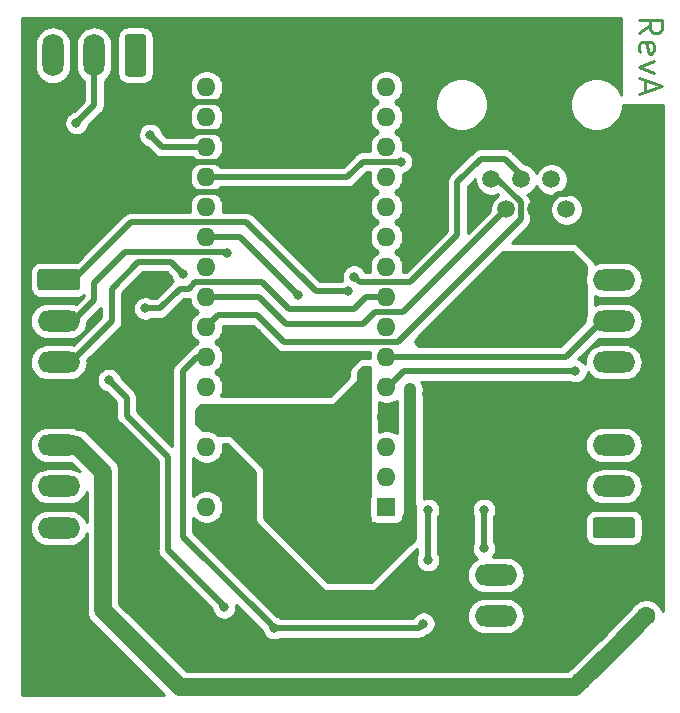
<source format=gbr>
%TF.GenerationSoftware,KiCad,Pcbnew,(5.1.9-0-10_14)*%
%TF.CreationDate,2023-02-10T00:43:38-05:00*%
%TF.ProjectId,LiControl,4c69436f-6e74-4726-9f6c-2e6b69636164,rev?*%
%TF.SameCoordinates,Original*%
%TF.FileFunction,Copper,L1,Top*%
%TF.FilePolarity,Positive*%
%FSLAX46Y46*%
G04 Gerber Fmt 4.6, Leading zero omitted, Abs format (unit mm)*
G04 Created by KiCad (PCBNEW (5.1.9-0-10_14)) date 2023-02-10 00:43:38*
%MOMM*%
%LPD*%
G01*
G04 APERTURE LIST*
%TA.AperFunction,NonConductor*%
%ADD10C,0.250000*%
%TD*%
%TA.AperFunction,ComponentPad*%
%ADD11R,1.600000X1.600000*%
%TD*%
%TA.AperFunction,ComponentPad*%
%ADD12O,1.600000X1.600000*%
%TD*%
%TA.AperFunction,ComponentPad*%
%ADD13R,1.500000X1.500000*%
%TD*%
%TA.AperFunction,ComponentPad*%
%ADD14C,1.500000*%
%TD*%
%TA.AperFunction,ComponentPad*%
%ADD15O,3.600000X1.800000*%
%TD*%
%TA.AperFunction,ComponentPad*%
%ADD16O,1.800000X3.600000*%
%TD*%
%TA.AperFunction,ViaPad*%
%ADD17C,0.800000*%
%TD*%
%TA.AperFunction,ViaPad*%
%ADD18C,1.600000*%
%TD*%
%TA.AperFunction,Conductor*%
%ADD19C,0.500000*%
%TD*%
%TA.AperFunction,Conductor*%
%ADD20C,1.500000*%
%TD*%
%TA.AperFunction,Conductor*%
%ADD21C,1.000000*%
%TD*%
%TA.AperFunction,Conductor*%
%ADD22C,0.254000*%
%TD*%
%TA.AperFunction,Conductor*%
%ADD23C,0.100000*%
%TD*%
G04 APERTURE END LIST*
D10*
X139345238Y-58142857D02*
X140297619Y-57476190D01*
X139345238Y-57000000D02*
X141345238Y-57000000D01*
X141345238Y-57761904D01*
X141250000Y-57952380D01*
X141154761Y-58047619D01*
X140964285Y-58142857D01*
X140678571Y-58142857D01*
X140488095Y-58047619D01*
X140392857Y-57952380D01*
X140297619Y-57761904D01*
X140297619Y-57000000D01*
X139440476Y-59761904D02*
X139345238Y-59571428D01*
X139345238Y-59190476D01*
X139440476Y-59000000D01*
X139630952Y-58904761D01*
X140392857Y-58904761D01*
X140583333Y-59000000D01*
X140678571Y-59190476D01*
X140678571Y-59571428D01*
X140583333Y-59761904D01*
X140392857Y-59857142D01*
X140202380Y-59857142D01*
X140011904Y-58904761D01*
X140678571Y-60523809D02*
X139345238Y-61000000D01*
X140678571Y-61476190D01*
X139916666Y-62142857D02*
X139916666Y-63095238D01*
X139345238Y-61952380D02*
X141345238Y-62619047D01*
X139345238Y-63285714D01*
D11*
%TO.P,A1,1*%
%TO.N,N/C*%
X118000000Y-98250000D03*
D12*
%TO.P,A1,17*%
X102760000Y-65230000D03*
%TO.P,A1,2*%
X118000000Y-95710000D03*
%TO.P,A1,18*%
%TO.N,/AREF*%
X102760000Y-67770000D03*
%TO.P,A1,3*%
%TO.N,N/C*%
X118000000Y-93170000D03*
%TO.P,A1,19*%
%TO.N,/POTENTIOMETER*%
X102760000Y-70310000D03*
%TO.P,A1,4*%
%TO.N,GND*%
X118000000Y-90630000D03*
%TO.P,A1,20*%
%TO.N,/MAMODE1_ADC*%
X102760000Y-72850000D03*
%TO.P,A1,5*%
%TO.N,/MAMODE2_MCM*%
X118000000Y-88090000D03*
%TO.P,A1,21*%
%TO.N,/CMDPWR_ADC*%
X102760000Y-75390000D03*
%TO.P,A1,6*%
%TO.N,/MAMODE1_MCM*%
X118000000Y-85550000D03*
%TO.P,A1,22*%
%TO.N,/BUTTON*%
X102760000Y-77930000D03*
%TO.P,A1,7*%
%TO.N,/MAMODE2_ECM*%
X118000000Y-83010000D03*
%TO.P,A1,23*%
%TO.N,/MODE_SEL1*%
X102760000Y-80470000D03*
%TO.P,A1,8*%
%TO.N,/BRAKE_BUFF*%
X118000000Y-80470000D03*
%TO.P,A1,24*%
%TO.N,/MODE_SEL2*%
X102760000Y-83010000D03*
%TO.P,A1,9*%
%TO.N,/CLUTCH_BUFF*%
X118000000Y-77930000D03*
%TO.P,A1,25*%
%TO.N,/GPIO*%
X102760000Y-85550000D03*
%TO.P,A1,10*%
%TO.N,/VSS_PCINT2*%
X118000000Y-75390000D03*
%TO.P,A1,26*%
%TO.N,/THROTTLE*%
X102760000Y-88090000D03*
%TO.P,A1,11*%
%TO.N,/NEP_PCINT0*%
X118000000Y-72850000D03*
%TO.P,A1,27*%
%TO.N,+5V*%
X102760000Y-90630000D03*
%TO.P,A1,12*%
%TO.N,/CMDPWR_MCM*%
X118000000Y-70310000D03*
%TO.P,A1,28*%
%TO.N,/RESETn*%
X102760000Y-93170000D03*
%TO.P,A1,13*%
%TO.N,N/C*%
X118000000Y-67770000D03*
%TO.P,A1,29*%
%TO.N,GND*%
X102760000Y-95710000D03*
%TO.P,A1,14*%
%TO.N,N/C*%
X118000000Y-65230000D03*
%TO.P,A1,30*%
%TO.N,/12V_VIN*%
X102760000Y-98250000D03*
%TO.P,A1,15*%
%TO.N,N/C*%
X118000000Y-62690000D03*
%TO.P,A1,16*%
X102760000Y-62690000D03*
%TD*%
D13*
%TO.P,J5,1*%
%TO.N,GND*%
X134500000Y-70500000D03*
D14*
%TO.P,J5,2*%
%TO.N,/POTENTIOMETER*%
X133230000Y-73040000D03*
%TO.P,J5,3*%
%TO.N,+5V*%
X131960000Y-70500000D03*
%TO.P,J5,4*%
%TO.N,GND*%
X130690000Y-73040000D03*
%TO.P,J5,5*%
%TO.N,/BUTTON*%
X129420000Y-70500000D03*
%TO.P,J5,6*%
%TO.N,/MODE_SEL1*%
X128150000Y-73040000D03*
%TO.P,J5,7*%
%TO.N,/MODE_SEL2*%
X126880000Y-70500000D03*
%TO.P,J5,8*%
%TO.N,GND*%
X125610000Y-73040000D03*
%TD*%
%TO.P,J4,1*%
%TO.N,/VSS*%
%TA.AperFunction,ComponentPad*%
G36*
G01*
X138800000Y-100900000D02*
X135700000Y-100900000D01*
G75*
G02*
X135450000Y-100650000I0J250000D01*
G01*
X135450000Y-99350000D01*
G75*
G02*
X135700000Y-99100000I250000J0D01*
G01*
X138800000Y-99100000D01*
G75*
G02*
X139050000Y-99350000I0J-250000D01*
G01*
X139050000Y-100650000D01*
G75*
G02*
X138800000Y-100900000I-250000J0D01*
G01*
G37*
%TD.AperFunction*%
D15*
%TO.P,J4,2*%
%TO.N,/NEP_12V*%
X137250000Y-96500000D03*
%TO.P,J4,3*%
%TO.N,/12V_KEYON*%
X137250000Y-93000000D03*
%TO.P,J4,4*%
%TO.N,GND*%
X137250000Y-89500000D03*
%TO.P,J4,5*%
%TO.N,/CMDPWR_MCM*%
X137250000Y-86000000D03*
%TO.P,J4,6*%
%TO.N,/MAMODE1_MCM*%
X137250000Y-82500000D03*
%TO.P,J4,7*%
%TO.N,/MAMODE2_MCM*%
X137250000Y-79000000D03*
%TD*%
%TO.P,J1,1*%
%TO.N,/MAMODE2_ECM*%
%TA.AperFunction,ComponentPad*%
G36*
G01*
X88700000Y-78100000D02*
X91800000Y-78100000D01*
G75*
G02*
X92050000Y-78350000I0J-250000D01*
G01*
X92050000Y-79650000D01*
G75*
G02*
X91800000Y-79900000I-250000J0D01*
G01*
X88700000Y-79900000D01*
G75*
G02*
X88450000Y-79650000I0J250000D01*
G01*
X88450000Y-78350000D01*
G75*
G02*
X88700000Y-78100000I250000J0D01*
G01*
G37*
%TD.AperFunction*%
%TO.P,J1,2*%
%TO.N,/MAMODE1_ECM*%
X90250000Y-82500000D03*
%TO.P,J1,3*%
%TO.N,/CMDPWR_ECM*%
X90250000Y-86000000D03*
%TO.P,J1,4*%
%TO.N,GND*%
X90250000Y-89500000D03*
%TO.P,J1,5*%
%TO.N,/12V_KEYON*%
X90250000Y-93000000D03*
%TO.P,J1,6*%
%TO.N,/NEP_12V*%
X90250000Y-96500000D03*
%TO.P,J1,7*%
%TO.N,/VSS*%
X90250000Y-100000000D03*
%TD*%
%TO.P,J2,1*%
%TO.N,/THROTTLE_RAW*%
%TA.AperFunction,ComponentPad*%
G36*
G01*
X97650000Y-58450000D02*
X97650000Y-61550000D01*
G75*
G02*
X97400000Y-61800000I-250000J0D01*
G01*
X96100000Y-61800000D01*
G75*
G02*
X95850000Y-61550000I0J250000D01*
G01*
X95850000Y-58450000D01*
G75*
G02*
X96100000Y-58200000I250000J0D01*
G01*
X97400000Y-58200000D01*
G75*
G02*
X97650000Y-58450000I0J-250000D01*
G01*
G37*
%TD.AperFunction*%
D16*
%TO.P,J2,2*%
%TO.N,/CLUTCH_RAW*%
X93250000Y-60000000D03*
%TO.P,J2,3*%
%TO.N,/BRAKE_RAW*%
X89750000Y-60000000D03*
%TD*%
D15*
%TO.P,J3,3*%
%TO.N,/GPIO_RAW*%
X127250000Y-104000000D03*
%TO.P,J3,2*%
%TO.N,+5V*%
X127250000Y-107500000D03*
%TO.P,J3,1*%
%TO.N,GND*%
%TA.AperFunction,ComponentPad*%
G36*
G01*
X128800000Y-111900000D02*
X125700000Y-111900000D01*
G75*
G02*
X125450000Y-111650000I0J250000D01*
G01*
X125450000Y-110350000D01*
G75*
G02*
X125700000Y-110100000I250000J0D01*
G01*
X128800000Y-110100000D01*
G75*
G02*
X129050000Y-110350000I0J-250000D01*
G01*
X129050000Y-111650000D01*
G75*
G02*
X128800000Y-111900000I-250000J0D01*
G01*
G37*
%TD.AperFunction*%
%TD*%
D17*
%TO.N,/AREF*%
X98000000Y-66750000D03*
%TO.N,/POTENTIOMETER*%
X119250000Y-69000000D03*
%TO.N,GND*%
X130550000Y-88800000D03*
X126050000Y-88700000D03*
X121550000Y-88700000D03*
X105687500Y-66062500D03*
X109500000Y-59500000D03*
X113500000Y-63500000D03*
X97700000Y-71050000D03*
X97750000Y-87250000D03*
X97750000Y-90500000D03*
X107000000Y-83500000D03*
X105687500Y-88187500D03*
X98000000Y-79250000D03*
X115250000Y-111000000D03*
X113500000Y-88000000D03*
X96525000Y-94275000D03*
X97700000Y-95550000D03*
X120750000Y-60500000D03*
%TO.N,/MAMODE2_MCM*%
X134000000Y-86750000D03*
%TO.N,/CMDPWR_ADC*%
X110500000Y-80300010D03*
%TO.N,/BUTTON*%
X115250000Y-78750000D03*
%TO.N,/MAMODE2_ECM*%
X114750000Y-80000000D03*
%TO.N,/BRAKE_BUFF*%
X97562500Y-81437500D03*
%TO.N,+5V*%
X132500000Y-83750000D03*
X128000000Y-83750000D03*
X132250000Y-77000000D03*
X124500000Y-83750000D03*
X120750000Y-84250000D03*
X113756250Y-98256250D03*
X116249988Y-86750000D03*
X113250000Y-104250000D03*
X116249988Y-89000012D03*
X121750000Y-84000000D03*
X120000000Y-89500000D03*
X120000000Y-88250000D03*
%TO.N,/CMDPWR_ECM*%
X100750000Y-78500000D03*
%TO.N,/MAMODE1_ECM*%
X104500000Y-76750000D03*
%TO.N,/12V_KEYON*%
X94250000Y-102750000D03*
D18*
X140000010Y-107499990D03*
X134500000Y-113000000D03*
D17*
%TO.N,/VSS*%
X126250000Y-98500000D03*
X126250000Y-101750000D03*
%TO.N,/CLUTCH_RAW*%
X94500000Y-87500000D03*
X104250000Y-106750000D03*
X91750000Y-65750000D03*
X121500000Y-98500000D03*
X121500000Y-102750000D03*
%TO.N,/GPIO*%
X108500000Y-108499994D03*
X121125000Y-108125000D03*
%TD*%
D19*
%TO.N,/AREF*%
X102760000Y-67770000D02*
X102270000Y-67770000D01*
X99020000Y-67770000D02*
X98000000Y-66750000D01*
X102760000Y-67770000D02*
X99020000Y-67770000D01*
%TO.N,/POTENTIOMETER*%
X102760000Y-70310000D02*
X114690000Y-70310000D01*
X114690000Y-70310000D02*
X115979999Y-69020001D01*
X119229999Y-69020001D02*
X119250000Y-69000000D01*
X115979999Y-69020001D02*
X119229999Y-69020001D01*
%TO.N,GND*%
X137250000Y-89500000D02*
X138250000Y-89500000D01*
X138250000Y-89500000D02*
X140250000Y-87500000D01*
X140250000Y-87500000D02*
X140250000Y-75000000D01*
X135750000Y-70500000D02*
X134500000Y-70500000D01*
X140250000Y-75000000D02*
X135750000Y-70500000D01*
X133250000Y-71750000D02*
X134500000Y-70500000D01*
X132486002Y-71750000D02*
X133250000Y-71750000D01*
X131196002Y-73040000D02*
X132486002Y-71750000D01*
X130690000Y-73040000D02*
X131196002Y-73040000D01*
X109500000Y-59500000D02*
X105687500Y-63312500D01*
X109500000Y-59500000D02*
X113500000Y-63500000D01*
X99729999Y-69020001D02*
X97700000Y-71050000D01*
X103729999Y-69020001D02*
X99729999Y-69020001D01*
X105687500Y-67062500D02*
X103729999Y-69020001D01*
X105687500Y-66062500D02*
X105687500Y-67062500D01*
X97750000Y-87250000D02*
X97750000Y-90500000D01*
X107000000Y-83500000D02*
X105687500Y-84812500D01*
X105687500Y-84812500D02*
X105687500Y-88187500D01*
X98000000Y-79250000D02*
X96250000Y-81000000D01*
X96250000Y-85750000D02*
X97750000Y-87250000D01*
X96250000Y-81000000D02*
X96250000Y-85750000D01*
X127250000Y-111250000D02*
X126000000Y-111250000D01*
X91750000Y-89500000D02*
X90250000Y-89500000D01*
X113500000Y-63500000D02*
X116500000Y-60500000D01*
X134500000Y-69000000D02*
X134500000Y-70500000D01*
X126000000Y-60500000D02*
X134500000Y-69000000D01*
X138750000Y-89500000D02*
X137250000Y-89500000D01*
D20*
X115250000Y-111000000D02*
X127000000Y-111000000D01*
X131750000Y-111000000D02*
X127500000Y-111000000D01*
X137250000Y-89500000D02*
X137233691Y-89500000D01*
X137233691Y-89500000D02*
X133750000Y-89500000D01*
X133750000Y-109000000D02*
X132500000Y-110250000D01*
X133750000Y-89500000D02*
X133750000Y-109000000D01*
X132500000Y-110250000D02*
X131750000Y-111000000D01*
D21*
X131250000Y-89500000D02*
X130550000Y-88800000D01*
X133750000Y-89500000D02*
X131250000Y-89500000D01*
X126150000Y-88800000D02*
X126050000Y-88700000D01*
X130550000Y-88800000D02*
X126150000Y-88800000D01*
X126050000Y-88700000D02*
X121550000Y-88700000D01*
D20*
X140750000Y-102000000D02*
X132500000Y-110250000D01*
X140750000Y-92000000D02*
X140750000Y-102000000D01*
X138250000Y-89500000D02*
X140750000Y-92000000D01*
X102250000Y-111000000D02*
X115250000Y-111000000D01*
X97000000Y-94250000D02*
X97000000Y-105750000D01*
X92250000Y-89500000D02*
X97000000Y-94250000D01*
X97000000Y-105750000D02*
X102250000Y-111000000D01*
X91750000Y-89500000D02*
X92250000Y-89500000D01*
D21*
X113312500Y-88187500D02*
X113500000Y-88000000D01*
X105687500Y-88187500D02*
X113312500Y-88187500D01*
D19*
X97700000Y-71050000D02*
X100800000Y-71050000D01*
X101310001Y-71560001D02*
X106060001Y-71560001D01*
X100800000Y-71050000D02*
X101310001Y-71560001D01*
X105687500Y-66062500D02*
X105230001Y-66519999D01*
X105230001Y-66519999D02*
X100769999Y-66519999D01*
X105687500Y-63312500D02*
X105687500Y-63937500D01*
X105687500Y-63937500D02*
X105687500Y-66062500D01*
X100809999Y-63940001D02*
X100750000Y-64000000D01*
X105684999Y-63940001D02*
X100809999Y-63940001D01*
X105687500Y-63937500D02*
X105684999Y-63940001D01*
X120750000Y-60500000D02*
X126000000Y-60500000D01*
X116500000Y-60500000D02*
X120750000Y-60500000D01*
%TO.N,/MAMODE2_MCM*%
X119500000Y-86750000D02*
X134000000Y-86750000D01*
X118160000Y-88090000D02*
X119500000Y-86750000D01*
X118000000Y-88090000D02*
X118160000Y-88090000D01*
%TO.N,/CMDPWR_ADC*%
X105589990Y-75390000D02*
X110500000Y-80300010D01*
X102760000Y-75390000D02*
X105589990Y-75390000D01*
%TO.N,/MAMODE1_MCM*%
X137250000Y-82500000D02*
X136250000Y-82500000D01*
X133200000Y-85550000D02*
X118000000Y-85550000D01*
X136250000Y-82500000D02*
X133200000Y-85550000D01*
%TO.N,/BUTTON*%
X115719999Y-79219999D02*
X115250000Y-78750000D01*
X120030001Y-79219999D02*
X115719999Y-79219999D01*
X124000000Y-75250000D02*
X120030001Y-79219999D01*
X124000000Y-70750000D02*
X124000000Y-75250000D01*
X126000000Y-68750000D02*
X124000000Y-70750000D01*
X128000000Y-68750000D02*
X126000000Y-68750000D01*
X129420000Y-70170000D02*
X128000000Y-68750000D01*
X129420000Y-70500000D02*
X129420000Y-70170000D01*
%TO.N,/MAMODE2_ECM*%
X91500000Y-79000000D02*
X90250000Y-79000000D01*
X106139999Y-74139999D02*
X96360001Y-74139999D01*
X96360001Y-74139999D02*
X91500000Y-79000000D01*
X112000000Y-80000000D02*
X106139999Y-74139999D01*
X114750000Y-80000000D02*
X112000000Y-80000000D01*
%TO.N,/MODE_SEL1*%
X102520000Y-80470000D02*
X102760000Y-80470000D01*
X117000000Y-81750000D02*
X119440000Y-81750000D01*
X102760000Y-80470000D02*
X107220000Y-80470000D01*
X116000000Y-82750000D02*
X117000000Y-81750000D01*
X119440000Y-81750000D02*
X128150000Y-73040000D01*
X109500000Y-82750000D02*
X116000000Y-82750000D01*
X107220000Y-80470000D02*
X109500000Y-82750000D01*
%TO.N,/BRAKE_BUFF*%
X115250000Y-81500000D02*
X116280000Y-80470000D01*
X109750000Y-81500000D02*
X115250000Y-81500000D01*
X107469999Y-79219999D02*
X109750000Y-81500000D01*
X101780001Y-79219999D02*
X107469999Y-79219999D01*
X116280000Y-80470000D02*
X118000000Y-80470000D01*
X98812500Y-81437500D02*
X100500000Y-79750000D01*
X100500000Y-79750000D02*
X101250000Y-79750000D01*
X101250000Y-79750000D02*
X101780001Y-79219999D01*
X97562500Y-81437500D02*
X98812500Y-81437500D01*
%TO.N,/MODE_SEL2*%
X129350001Y-73899999D02*
X129350001Y-72463999D01*
X107062500Y-82000000D02*
X109322501Y-84260001D01*
X109322501Y-84260001D02*
X118989999Y-84260001D01*
X127386002Y-70500000D02*
X126880000Y-70500000D01*
X103770000Y-82000000D02*
X107062500Y-82000000D01*
X129350001Y-72463999D02*
X127386002Y-70500000D01*
X118989999Y-84260001D02*
X129350001Y-73899999D01*
X102760000Y-83010000D02*
X103770000Y-82000000D01*
%TO.N,+5V*%
X132500000Y-83750000D02*
X128000000Y-83750000D01*
X132500000Y-78500000D02*
X132500000Y-83750000D01*
X132250000Y-78250000D02*
X132500000Y-78500000D01*
X132250000Y-77000000D02*
X132250000Y-78250000D01*
X128000000Y-83750000D02*
X124500000Y-83750000D01*
X121500000Y-83750000D02*
X121375000Y-83875000D01*
X124500000Y-83750000D02*
X121500000Y-83750000D01*
X116249988Y-95762512D02*
X116249988Y-89000012D01*
X113756250Y-98256250D02*
X116249988Y-95762512D01*
X106130000Y-90630000D02*
X113756250Y-98256250D01*
X102760000Y-90630000D02*
X106130000Y-90630000D01*
X113756250Y-103743750D02*
X113250000Y-104250000D01*
X113756250Y-98256250D02*
X113756250Y-103743750D01*
X121375000Y-83875000D02*
X121000000Y-84250000D01*
X113250000Y-104250000D02*
X116500000Y-104250000D01*
D21*
X120000000Y-100750000D02*
X118750000Y-102000000D01*
X120000000Y-89500000D02*
X120000000Y-100750000D01*
D19*
X116500000Y-104250000D02*
X118750000Y-102000000D01*
D21*
X120000000Y-89500000D02*
X120000000Y-88250000D01*
D19*
%TO.N,/CMDPWR_ECM*%
X97000000Y-77500000D02*
X99750000Y-77500000D01*
X94750000Y-82500000D02*
X94750000Y-79750000D01*
X99750000Y-77500000D02*
X100750000Y-78500000D01*
X91250000Y-86000000D02*
X94750000Y-82500000D01*
X94750000Y-79750000D02*
X97000000Y-77500000D01*
X90250000Y-86000000D02*
X91250000Y-86000000D01*
%TO.N,/MAMODE1_ECM*%
X91500000Y-82500000D02*
X90250000Y-82500000D01*
X93250000Y-79250000D02*
X93250000Y-80750000D01*
X93250000Y-80750000D02*
X91500000Y-82500000D01*
X104390001Y-76640001D02*
X104500000Y-76750000D01*
X95890001Y-76640001D02*
X104390001Y-76640001D01*
X95875000Y-76625000D02*
X95890001Y-76640001D01*
X95875000Y-76625000D02*
X93250000Y-79250000D01*
%TO.N,/12V_KEYON*%
X137250000Y-93000000D02*
X136000000Y-93000000D01*
X90250000Y-93000000D02*
X90750000Y-93000000D01*
D20*
X90250000Y-93000000D02*
X91750000Y-93000000D01*
X91750000Y-93000000D02*
X94000000Y-95250000D01*
X94000000Y-95250000D02*
X94000000Y-103000000D01*
X134399990Y-113100010D02*
X134500000Y-113000000D01*
X134500000Y-113000000D02*
X137250000Y-110250000D01*
X137250000Y-110250000D02*
X140000000Y-107500000D01*
X100500000Y-113500000D02*
X134000000Y-113500000D01*
X134000000Y-113500000D02*
X134500000Y-113000000D01*
X94000000Y-107000000D02*
X100500000Y-113500000D01*
X94000000Y-103000000D02*
X94000000Y-107000000D01*
D19*
%TO.N,/VSS*%
X126250000Y-98500000D02*
X126250000Y-101750000D01*
%TO.N,/CLUTCH_RAW*%
X93250000Y-64250000D02*
X93250000Y-60000000D01*
X91750000Y-65750000D02*
X93250000Y-64250000D01*
X104250000Y-106625000D02*
X104250000Y-106750000D01*
X99500000Y-94000000D02*
X99500000Y-101875000D01*
X96000000Y-90500000D02*
X99500000Y-94000000D01*
X99500000Y-101875000D02*
X104250000Y-106625000D01*
X96000000Y-89000000D02*
X96000000Y-90500000D01*
X94500000Y-87500000D02*
X96000000Y-89000000D01*
X121500000Y-98500000D02*
X121500000Y-102750000D01*
%TO.N,/GPIO*%
X101950000Y-85550000D02*
X100750000Y-86750000D01*
X102760000Y-85550000D02*
X101950000Y-85550000D01*
X100750000Y-100000000D02*
X100750000Y-100412500D01*
X100750000Y-86750000D02*
X100750000Y-100000000D01*
X100750000Y-100000000D02*
X100750000Y-100749994D01*
X108100001Y-108099995D02*
X108500000Y-108499994D01*
X100750000Y-100749994D02*
X108100001Y-108099995D01*
X121125000Y-108125000D02*
X120750000Y-108500000D01*
X120749994Y-108499994D02*
X108500000Y-108499994D01*
X120750000Y-108500000D02*
X120749994Y-108499994D01*
%TD*%
D22*
%TO.N,GND*%
X137867500Y-63373478D02*
X137750631Y-63091331D01*
X137506038Y-62725271D01*
X137194729Y-62413962D01*
X136828669Y-62169369D01*
X136421925Y-62000890D01*
X135990128Y-61915000D01*
X135549872Y-61915000D01*
X135118075Y-62000890D01*
X134711331Y-62169369D01*
X134345271Y-62413962D01*
X134033962Y-62725271D01*
X133789369Y-63091331D01*
X133620890Y-63498075D01*
X133535000Y-63929872D01*
X133535000Y-64370128D01*
X133620890Y-64801925D01*
X133789369Y-65208669D01*
X134033962Y-65574729D01*
X134345271Y-65886038D01*
X134711331Y-66130631D01*
X135118075Y-66299110D01*
X135549872Y-66385000D01*
X135990128Y-66385000D01*
X136421925Y-66299110D01*
X136828669Y-66130631D01*
X137194729Y-65886038D01*
X137506038Y-65574729D01*
X137750631Y-65208669D01*
X137919110Y-64801925D01*
X138005000Y-64370128D01*
X138005000Y-64236191D01*
X141373000Y-64236191D01*
X141373000Y-107064847D01*
X141271690Y-106820263D01*
X141114647Y-106585231D01*
X140914769Y-106385353D01*
X140679737Y-106228310D01*
X140418584Y-106120137D01*
X140141345Y-106064990D01*
X139858675Y-106064990D01*
X139581436Y-106120137D01*
X139320283Y-106228310D01*
X139085251Y-106385353D01*
X138885373Y-106585231D01*
X138742987Y-106798327D01*
X136318771Y-109222544D01*
X136318766Y-109222548D01*
X133798339Y-111742976D01*
X133585241Y-111885363D01*
X133385363Y-112085241D01*
X133365479Y-112115000D01*
X101073686Y-112115000D01*
X95385000Y-106426315D01*
X95385000Y-95318037D01*
X95391701Y-95250000D01*
X95364960Y-94978493D01*
X95285764Y-94717419D01*
X95157157Y-94476812D01*
X95027452Y-94318766D01*
X95027445Y-94318759D01*
X94984080Y-94265919D01*
X94931241Y-94222555D01*
X92777454Y-92068769D01*
X92734081Y-92015919D01*
X92523188Y-91842843D01*
X92282581Y-91714236D01*
X92021507Y-91635040D01*
X91818037Y-91615000D01*
X91818029Y-91615000D01*
X91814472Y-91614650D01*
X91740261Y-91574983D01*
X91450913Y-91487210D01*
X91225408Y-91465000D01*
X89274592Y-91465000D01*
X89049087Y-91487210D01*
X88759739Y-91574983D01*
X88493073Y-91717519D01*
X88259339Y-91909339D01*
X88067519Y-92143073D01*
X87924983Y-92409739D01*
X87837210Y-92699087D01*
X87807573Y-93000000D01*
X87837210Y-93300913D01*
X87924983Y-93590261D01*
X88067519Y-93856927D01*
X88259339Y-94090661D01*
X88493073Y-94282481D01*
X88759739Y-94425017D01*
X89049087Y-94512790D01*
X89274592Y-94535000D01*
X91225408Y-94535000D01*
X91317267Y-94525953D01*
X92017558Y-95226244D01*
X92006927Y-95217519D01*
X91740261Y-95074983D01*
X91450913Y-94987210D01*
X91225408Y-94965000D01*
X89274592Y-94965000D01*
X89049087Y-94987210D01*
X88759739Y-95074983D01*
X88493073Y-95217519D01*
X88259339Y-95409339D01*
X88067519Y-95643073D01*
X87924983Y-95909739D01*
X87837210Y-96199087D01*
X87807573Y-96500000D01*
X87837210Y-96800913D01*
X87924983Y-97090261D01*
X88067519Y-97356927D01*
X88259339Y-97590661D01*
X88493073Y-97782481D01*
X88759739Y-97925017D01*
X89049087Y-98012790D01*
X89274592Y-98035000D01*
X91225408Y-98035000D01*
X91450913Y-98012790D01*
X91740261Y-97925017D01*
X92006927Y-97782481D01*
X92240661Y-97590661D01*
X92432481Y-97356927D01*
X92575017Y-97090261D01*
X92615000Y-96958454D01*
X92615001Y-99541547D01*
X92575017Y-99409739D01*
X92432481Y-99143073D01*
X92240661Y-98909339D01*
X92006927Y-98717519D01*
X91740261Y-98574983D01*
X91450913Y-98487210D01*
X91225408Y-98465000D01*
X89274592Y-98465000D01*
X89049087Y-98487210D01*
X88759739Y-98574983D01*
X88493073Y-98717519D01*
X88259339Y-98909339D01*
X88067519Y-99143073D01*
X87924983Y-99409739D01*
X87837210Y-99699087D01*
X87807573Y-100000000D01*
X87837210Y-100300913D01*
X87924983Y-100590261D01*
X88067519Y-100856927D01*
X88259339Y-101090661D01*
X88493073Y-101282481D01*
X88759739Y-101425017D01*
X89049087Y-101512790D01*
X89274592Y-101535000D01*
X91225408Y-101535000D01*
X91450913Y-101512790D01*
X91740261Y-101425017D01*
X92006927Y-101282481D01*
X92240661Y-101090661D01*
X92432481Y-100856927D01*
X92575017Y-100590261D01*
X92615001Y-100458453D01*
X92615001Y-102931954D01*
X92615000Y-102931964D01*
X92615001Y-106931961D01*
X92608300Y-107000000D01*
X92635040Y-107271507D01*
X92714236Y-107532580D01*
X92842844Y-107773188D01*
X92972548Y-107931233D01*
X92972551Y-107931236D01*
X93015920Y-107984081D01*
X93068764Y-108027449D01*
X99164314Y-114123000D01*
X87127000Y-114123000D01*
X87127000Y-82500000D01*
X87807573Y-82500000D01*
X87837210Y-82800913D01*
X87924983Y-83090261D01*
X88067519Y-83356927D01*
X88259339Y-83590661D01*
X88493073Y-83782481D01*
X88759739Y-83925017D01*
X89049087Y-84012790D01*
X89274592Y-84035000D01*
X91225408Y-84035000D01*
X91450913Y-84012790D01*
X91740261Y-83925017D01*
X92006927Y-83782481D01*
X92240661Y-83590661D01*
X92432481Y-83356927D01*
X92575017Y-83090261D01*
X92662790Y-82800913D01*
X92685965Y-82565614D01*
X93845049Y-81406530D01*
X93865000Y-81390156D01*
X93865000Y-82133421D01*
X91497178Y-84501244D01*
X91450913Y-84487210D01*
X91225408Y-84465000D01*
X89274592Y-84465000D01*
X89049087Y-84487210D01*
X88759739Y-84574983D01*
X88493073Y-84717519D01*
X88259339Y-84909339D01*
X88067519Y-85143073D01*
X87924983Y-85409739D01*
X87837210Y-85699087D01*
X87807573Y-86000000D01*
X87837210Y-86300913D01*
X87924983Y-86590261D01*
X88067519Y-86856927D01*
X88259339Y-87090661D01*
X88493073Y-87282481D01*
X88759739Y-87425017D01*
X89049087Y-87512790D01*
X89274592Y-87535000D01*
X91225408Y-87535000D01*
X91450913Y-87512790D01*
X91740261Y-87425017D01*
X92006927Y-87282481D01*
X92240661Y-87090661D01*
X92432481Y-86856927D01*
X92575017Y-86590261D01*
X92662790Y-86300913D01*
X92692427Y-86000000D01*
X92675316Y-85826263D01*
X95345050Y-83156529D01*
X95378817Y-83128817D01*
X95407828Y-83093468D01*
X95489410Y-82994060D01*
X95489411Y-82994059D01*
X95571589Y-82840313D01*
X95622195Y-82673490D01*
X95635000Y-82543477D01*
X95635000Y-82543467D01*
X95639281Y-82500001D01*
X95635000Y-82456535D01*
X95635000Y-80116578D01*
X97366579Y-78385000D01*
X99383422Y-78385000D01*
X99743465Y-78745044D01*
X99754774Y-78801898D01*
X99832795Y-78990256D01*
X99902890Y-79095161D01*
X99871183Y-79121183D01*
X99843470Y-79154951D01*
X98445922Y-80552500D01*
X98100954Y-80552500D01*
X98052756Y-80520295D01*
X97864398Y-80442274D01*
X97664439Y-80402500D01*
X97460561Y-80402500D01*
X97260602Y-80442274D01*
X97072244Y-80520295D01*
X96902726Y-80633563D01*
X96758563Y-80777726D01*
X96645295Y-80947244D01*
X96567274Y-81135602D01*
X96527500Y-81335561D01*
X96527500Y-81539439D01*
X96567274Y-81739398D01*
X96645295Y-81927756D01*
X96758563Y-82097274D01*
X96902726Y-82241437D01*
X97072244Y-82354705D01*
X97260602Y-82432726D01*
X97460561Y-82472500D01*
X97664439Y-82472500D01*
X97864398Y-82432726D01*
X98052756Y-82354705D01*
X98100954Y-82322500D01*
X98769031Y-82322500D01*
X98812500Y-82326781D01*
X98855969Y-82322500D01*
X98855977Y-82322500D01*
X98985990Y-82309695D01*
X99152813Y-82259089D01*
X99306559Y-82176911D01*
X99441317Y-82066317D01*
X99469034Y-82032544D01*
X100866579Y-80635000D01*
X101206531Y-80635000D01*
X101250000Y-80639281D01*
X101293469Y-80635000D01*
X101293477Y-80635000D01*
X101329011Y-80631500D01*
X101380147Y-80888574D01*
X101488320Y-81149727D01*
X101645363Y-81384759D01*
X101845241Y-81584637D01*
X102077759Y-81740000D01*
X101845241Y-81895363D01*
X101645363Y-82095241D01*
X101488320Y-82330273D01*
X101380147Y-82591426D01*
X101325000Y-82868665D01*
X101325000Y-83151335D01*
X101380147Y-83428574D01*
X101488320Y-83689727D01*
X101645363Y-83924759D01*
X101845241Y-84124637D01*
X102077759Y-84280000D01*
X101845241Y-84435363D01*
X101645363Y-84635241D01*
X101568343Y-84750509D01*
X101455941Y-84810589D01*
X101455939Y-84810590D01*
X101455940Y-84810590D01*
X101354953Y-84893468D01*
X101354951Y-84893470D01*
X101321183Y-84921183D01*
X101293470Y-84954951D01*
X100154956Y-86093466D01*
X100121183Y-86121183D01*
X100010589Y-86255942D01*
X99928411Y-86409688D01*
X99877805Y-86576511D01*
X99865000Y-86706524D01*
X99865000Y-86706531D01*
X99860719Y-86750000D01*
X99865000Y-86793469D01*
X99865000Y-93113422D01*
X96885000Y-90133422D01*
X96885000Y-89043465D01*
X96889281Y-88999999D01*
X96885000Y-88956533D01*
X96885000Y-88956523D01*
X96872195Y-88826510D01*
X96821589Y-88659687D01*
X96739411Y-88505941D01*
X96628817Y-88371183D01*
X96595050Y-88343471D01*
X95506535Y-87254957D01*
X95495226Y-87198102D01*
X95417205Y-87009744D01*
X95303937Y-86840226D01*
X95159774Y-86696063D01*
X94990256Y-86582795D01*
X94801898Y-86504774D01*
X94601939Y-86465000D01*
X94398061Y-86465000D01*
X94198102Y-86504774D01*
X94009744Y-86582795D01*
X93840226Y-86696063D01*
X93696063Y-86840226D01*
X93582795Y-87009744D01*
X93504774Y-87198102D01*
X93465000Y-87398061D01*
X93465000Y-87601939D01*
X93504774Y-87801898D01*
X93582795Y-87990256D01*
X93696063Y-88159774D01*
X93840226Y-88303937D01*
X94009744Y-88417205D01*
X94198102Y-88495226D01*
X94254957Y-88506535D01*
X95115000Y-89366579D01*
X95115001Y-90456521D01*
X95110719Y-90500000D01*
X95127805Y-90673490D01*
X95178412Y-90840313D01*
X95260590Y-90994059D01*
X95343468Y-91095046D01*
X95343471Y-91095049D01*
X95371184Y-91128817D01*
X95404951Y-91156529D01*
X98615000Y-94366579D01*
X98615001Y-101831521D01*
X98610719Y-101875000D01*
X98627805Y-102048490D01*
X98678412Y-102215313D01*
X98760590Y-102369059D01*
X98843468Y-102470046D01*
X98843471Y-102470049D01*
X98871184Y-102503817D01*
X98904952Y-102531530D01*
X103215000Y-106841579D01*
X103215000Y-106851939D01*
X103254774Y-107051898D01*
X103332795Y-107240256D01*
X103446063Y-107409774D01*
X103590226Y-107553937D01*
X103759744Y-107667205D01*
X103948102Y-107745226D01*
X104148061Y-107785000D01*
X104351939Y-107785000D01*
X104551898Y-107745226D01*
X104740256Y-107667205D01*
X104909774Y-107553937D01*
X105053937Y-107409774D01*
X105167205Y-107240256D01*
X105245226Y-107051898D01*
X105285000Y-106851939D01*
X105285000Y-106648061D01*
X105257317Y-106508890D01*
X107493465Y-108745038D01*
X107504774Y-108801892D01*
X107582795Y-108990250D01*
X107696063Y-109159768D01*
X107840226Y-109303931D01*
X108009744Y-109417199D01*
X108198102Y-109495220D01*
X108398061Y-109534994D01*
X108601939Y-109534994D01*
X108801898Y-109495220D01*
X108990256Y-109417199D01*
X109038454Y-109384994D01*
X120706470Y-109384994D01*
X120734445Y-109387749D01*
X120749999Y-109389281D01*
X120750000Y-109389281D01*
X120923490Y-109372195D01*
X121090313Y-109321588D01*
X121244059Y-109239410D01*
X121345046Y-109156532D01*
X121345054Y-109156524D01*
X121377249Y-109130102D01*
X121426898Y-109120226D01*
X121615256Y-109042205D01*
X121784774Y-108928937D01*
X121928937Y-108784774D01*
X122042205Y-108615256D01*
X122120226Y-108426898D01*
X122160000Y-108226939D01*
X122160000Y-108023061D01*
X122120226Y-107823102D01*
X122042205Y-107634744D01*
X121952173Y-107500000D01*
X124807573Y-107500000D01*
X124837210Y-107800913D01*
X124924983Y-108090261D01*
X125067519Y-108356927D01*
X125259339Y-108590661D01*
X125493073Y-108782481D01*
X125759739Y-108925017D01*
X126049087Y-109012790D01*
X126274592Y-109035000D01*
X128225408Y-109035000D01*
X128450913Y-109012790D01*
X128740261Y-108925017D01*
X129006927Y-108782481D01*
X129240661Y-108590661D01*
X129432481Y-108356927D01*
X129575017Y-108090261D01*
X129662790Y-107800913D01*
X129692427Y-107500000D01*
X129662790Y-107199087D01*
X129575017Y-106909739D01*
X129432481Y-106643073D01*
X129240661Y-106409339D01*
X129006927Y-106217519D01*
X128740261Y-106074983D01*
X128450913Y-105987210D01*
X128225408Y-105965000D01*
X126274592Y-105965000D01*
X126049087Y-105987210D01*
X125759739Y-106074983D01*
X125493073Y-106217519D01*
X125259339Y-106409339D01*
X125067519Y-106643073D01*
X124924983Y-106909739D01*
X124837210Y-107199087D01*
X124807573Y-107500000D01*
X121952173Y-107500000D01*
X121928937Y-107465226D01*
X121784774Y-107321063D01*
X121615256Y-107207795D01*
X121426898Y-107129774D01*
X121226939Y-107090000D01*
X121023061Y-107090000D01*
X120823102Y-107129774D01*
X120634744Y-107207795D01*
X120465226Y-107321063D01*
X120321063Y-107465226D01*
X120220991Y-107614994D01*
X109038454Y-107614994D01*
X108990256Y-107582789D01*
X108801898Y-107504768D01*
X108745044Y-107493459D01*
X101635000Y-100383416D01*
X101635000Y-99149250D01*
X101645363Y-99164759D01*
X101845241Y-99364637D01*
X102080273Y-99521680D01*
X102341426Y-99629853D01*
X102618665Y-99685000D01*
X102901335Y-99685000D01*
X103178574Y-99629853D01*
X103439727Y-99521680D01*
X103674759Y-99364637D01*
X103874637Y-99164759D01*
X104031680Y-98929727D01*
X104139853Y-98668574D01*
X104195000Y-98391335D01*
X104195000Y-98108665D01*
X104139853Y-97831426D01*
X104031680Y-97570273D01*
X103874637Y-97335241D01*
X103674759Y-97135363D01*
X103439727Y-96978320D01*
X103178574Y-96870147D01*
X102901335Y-96815000D01*
X102618665Y-96815000D01*
X102341426Y-96870147D01*
X102080273Y-96978320D01*
X101845241Y-97135363D01*
X101645363Y-97335241D01*
X101635000Y-97350750D01*
X101635000Y-94069250D01*
X101645363Y-94084759D01*
X101845241Y-94284637D01*
X102080273Y-94441680D01*
X102341426Y-94549853D01*
X102618665Y-94605000D01*
X102901335Y-94605000D01*
X103178574Y-94549853D01*
X103439727Y-94441680D01*
X103674759Y-94284637D01*
X103874637Y-94084759D01*
X104031680Y-93849727D01*
X104139853Y-93588574D01*
X104195000Y-93311335D01*
X104195000Y-93028665D01*
X104166423Y-92885000D01*
X104486974Y-92885000D01*
X106865000Y-95263026D01*
X106865000Y-99250000D01*
X106877201Y-99373882D01*
X106913336Y-99493004D01*
X106972017Y-99602787D01*
X107050987Y-99699013D01*
X112550987Y-105199013D01*
X112647213Y-105277983D01*
X112756996Y-105336664D01*
X112876118Y-105372799D01*
X113000000Y-105385000D01*
X116750000Y-105385000D01*
X116873882Y-105372799D01*
X116993004Y-105336664D01*
X117102787Y-105277983D01*
X117199013Y-105199013D01*
X118398026Y-104000000D01*
X124807573Y-104000000D01*
X124837210Y-104300913D01*
X124924983Y-104590261D01*
X125067519Y-104856927D01*
X125259339Y-105090661D01*
X125493073Y-105282481D01*
X125759739Y-105425017D01*
X126049087Y-105512790D01*
X126274592Y-105535000D01*
X128225408Y-105535000D01*
X128450913Y-105512790D01*
X128740261Y-105425017D01*
X129006927Y-105282481D01*
X129240661Y-105090661D01*
X129432481Y-104856927D01*
X129575017Y-104590261D01*
X129662790Y-104300913D01*
X129692427Y-104000000D01*
X129662790Y-103699087D01*
X129575017Y-103409739D01*
X129432481Y-103143073D01*
X129240661Y-102909339D01*
X129006927Y-102717519D01*
X128740261Y-102574983D01*
X128450913Y-102487210D01*
X128225408Y-102465000D01*
X126998711Y-102465000D01*
X127053937Y-102409774D01*
X127167205Y-102240256D01*
X127245226Y-102051898D01*
X127285000Y-101851939D01*
X127285000Y-101648061D01*
X127245226Y-101448102D01*
X127167205Y-101259744D01*
X127135000Y-101211546D01*
X127135000Y-99350000D01*
X134811928Y-99350000D01*
X134811928Y-100650000D01*
X134828992Y-100823254D01*
X134879528Y-100989850D01*
X134961595Y-101143386D01*
X135072038Y-101277962D01*
X135206614Y-101388405D01*
X135360150Y-101470472D01*
X135526746Y-101521008D01*
X135700000Y-101538072D01*
X138800000Y-101538072D01*
X138973254Y-101521008D01*
X139139850Y-101470472D01*
X139293386Y-101388405D01*
X139427962Y-101277962D01*
X139538405Y-101143386D01*
X139620472Y-100989850D01*
X139671008Y-100823254D01*
X139688072Y-100650000D01*
X139688072Y-99350000D01*
X139671008Y-99176746D01*
X139620472Y-99010150D01*
X139538405Y-98856614D01*
X139427962Y-98722038D01*
X139293386Y-98611595D01*
X139139850Y-98529528D01*
X138973254Y-98478992D01*
X138800000Y-98461928D01*
X135700000Y-98461928D01*
X135526746Y-98478992D01*
X135360150Y-98529528D01*
X135206614Y-98611595D01*
X135072038Y-98722038D01*
X134961595Y-98856614D01*
X134879528Y-99010150D01*
X134828992Y-99176746D01*
X134811928Y-99350000D01*
X127135000Y-99350000D01*
X127135000Y-99038454D01*
X127167205Y-98990256D01*
X127245226Y-98801898D01*
X127285000Y-98601939D01*
X127285000Y-98398061D01*
X127245226Y-98198102D01*
X127167205Y-98009744D01*
X127053937Y-97840226D01*
X126909774Y-97696063D01*
X126740256Y-97582795D01*
X126551898Y-97504774D01*
X126351939Y-97465000D01*
X126148061Y-97465000D01*
X125948102Y-97504774D01*
X125759744Y-97582795D01*
X125590226Y-97696063D01*
X125446063Y-97840226D01*
X125332795Y-98009744D01*
X125254774Y-98198102D01*
X125215000Y-98398061D01*
X125215000Y-98601939D01*
X125254774Y-98801898D01*
X125332795Y-98990256D01*
X125365000Y-99038455D01*
X125365001Y-101211544D01*
X125332795Y-101259744D01*
X125254774Y-101448102D01*
X125215000Y-101648061D01*
X125215000Y-101851939D01*
X125254774Y-102051898D01*
X125332795Y-102240256D01*
X125446063Y-102409774D01*
X125590226Y-102553937D01*
X125683062Y-102615968D01*
X125493073Y-102717519D01*
X125259339Y-102909339D01*
X125067519Y-103143073D01*
X124924983Y-103409739D01*
X124837210Y-103699087D01*
X124807573Y-104000000D01*
X118398026Y-104000000D01*
X120615001Y-101783025D01*
X120615001Y-102211544D01*
X120582795Y-102259744D01*
X120504774Y-102448102D01*
X120465000Y-102648061D01*
X120465000Y-102851939D01*
X120504774Y-103051898D01*
X120582795Y-103240256D01*
X120696063Y-103409774D01*
X120840226Y-103553937D01*
X121009744Y-103667205D01*
X121198102Y-103745226D01*
X121398061Y-103785000D01*
X121601939Y-103785000D01*
X121801898Y-103745226D01*
X121990256Y-103667205D01*
X122159774Y-103553937D01*
X122303937Y-103409774D01*
X122417205Y-103240256D01*
X122495226Y-103051898D01*
X122535000Y-102851939D01*
X122535000Y-102648061D01*
X122495226Y-102448102D01*
X122417205Y-102259744D01*
X122385000Y-102211546D01*
X122385000Y-99038454D01*
X122417205Y-98990256D01*
X122495226Y-98801898D01*
X122535000Y-98601939D01*
X122535000Y-98398061D01*
X122495226Y-98198102D01*
X122417205Y-98009744D01*
X122303937Y-97840226D01*
X122159774Y-97696063D01*
X121990256Y-97582795D01*
X121801898Y-97504774D01*
X121601939Y-97465000D01*
X121398061Y-97465000D01*
X121198102Y-97504774D01*
X121135000Y-97530912D01*
X121135000Y-96500000D01*
X134807573Y-96500000D01*
X134837210Y-96800913D01*
X134924983Y-97090261D01*
X135067519Y-97356927D01*
X135259339Y-97590661D01*
X135493073Y-97782481D01*
X135759739Y-97925017D01*
X136049087Y-98012790D01*
X136274592Y-98035000D01*
X138225408Y-98035000D01*
X138450913Y-98012790D01*
X138740261Y-97925017D01*
X139006927Y-97782481D01*
X139240661Y-97590661D01*
X139432481Y-97356927D01*
X139575017Y-97090261D01*
X139662790Y-96800913D01*
X139692427Y-96500000D01*
X139662790Y-96199087D01*
X139575017Y-95909739D01*
X139432481Y-95643073D01*
X139240661Y-95409339D01*
X139006927Y-95217519D01*
X138740261Y-95074983D01*
X138450913Y-94987210D01*
X138225408Y-94965000D01*
X136274592Y-94965000D01*
X136049087Y-94987210D01*
X135759739Y-95074983D01*
X135493073Y-95217519D01*
X135259339Y-95409339D01*
X135067519Y-95643073D01*
X134924983Y-95909739D01*
X134837210Y-96199087D01*
X134807573Y-96500000D01*
X121135000Y-96500000D01*
X121135000Y-93000000D01*
X134807573Y-93000000D01*
X134837210Y-93300913D01*
X134924983Y-93590261D01*
X135067519Y-93856927D01*
X135259339Y-94090661D01*
X135493073Y-94282481D01*
X135759739Y-94425017D01*
X136049087Y-94512790D01*
X136274592Y-94535000D01*
X138225408Y-94535000D01*
X138450913Y-94512790D01*
X138740261Y-94425017D01*
X139006927Y-94282481D01*
X139240661Y-94090661D01*
X139432481Y-93856927D01*
X139575017Y-93590261D01*
X139662790Y-93300913D01*
X139692427Y-93000000D01*
X139662790Y-92699087D01*
X139575017Y-92409739D01*
X139432481Y-92143073D01*
X139240661Y-91909339D01*
X139006927Y-91717519D01*
X138740261Y-91574983D01*
X138450913Y-91487210D01*
X138225408Y-91465000D01*
X136274592Y-91465000D01*
X136049087Y-91487210D01*
X135759739Y-91574983D01*
X135493073Y-91717519D01*
X135259339Y-91909339D01*
X135067519Y-92143073D01*
X134924983Y-92409739D01*
X134837210Y-92699087D01*
X134807573Y-93000000D01*
X121135000Y-93000000D01*
X121135000Y-88194248D01*
X121118577Y-88027501D01*
X121053676Y-87813553D01*
X120958238Y-87635000D01*
X133461546Y-87635000D01*
X133509744Y-87667205D01*
X133698102Y-87745226D01*
X133898061Y-87785000D01*
X134101939Y-87785000D01*
X134301898Y-87745226D01*
X134490256Y-87667205D01*
X134659774Y-87553937D01*
X134803937Y-87409774D01*
X134917205Y-87240256D01*
X134995226Y-87051898D01*
X135035000Y-86851939D01*
X135035000Y-86796088D01*
X135067519Y-86856927D01*
X135259339Y-87090661D01*
X135493073Y-87282481D01*
X135759739Y-87425017D01*
X136049087Y-87512790D01*
X136274592Y-87535000D01*
X138225408Y-87535000D01*
X138450913Y-87512790D01*
X138740261Y-87425017D01*
X139006927Y-87282481D01*
X139240661Y-87090661D01*
X139432481Y-86856927D01*
X139575017Y-86590261D01*
X139662790Y-86300913D01*
X139692427Y-86000000D01*
X139662790Y-85699087D01*
X139575017Y-85409739D01*
X139432481Y-85143073D01*
X139240661Y-84909339D01*
X139006927Y-84717519D01*
X138740261Y-84574983D01*
X138450913Y-84487210D01*
X138225408Y-84465000D01*
X136274592Y-84465000D01*
X136049087Y-84487210D01*
X135759739Y-84574983D01*
X135493073Y-84717519D01*
X135259339Y-84909339D01*
X135067519Y-85143073D01*
X134924983Y-85409739D01*
X134837210Y-85699087D01*
X134807573Y-86000000D01*
X134818624Y-86112207D01*
X134803937Y-86090226D01*
X134659774Y-85946063D01*
X134490256Y-85832795D01*
X134301898Y-85754774D01*
X134255945Y-85745633D01*
X136002823Y-83998756D01*
X136049087Y-84012790D01*
X136274592Y-84035000D01*
X138225408Y-84035000D01*
X138450913Y-84012790D01*
X138740261Y-83925017D01*
X139006927Y-83782481D01*
X139240661Y-83590661D01*
X139432481Y-83356927D01*
X139575017Y-83090261D01*
X139662790Y-82800913D01*
X139692427Y-82500000D01*
X139662790Y-82199087D01*
X139575017Y-81909739D01*
X139432481Y-81643073D01*
X139240661Y-81409339D01*
X139006927Y-81217519D01*
X138740261Y-81074983D01*
X138450913Y-80987210D01*
X138225408Y-80965000D01*
X136274592Y-80965000D01*
X136049087Y-80987210D01*
X135759739Y-81074983D01*
X135635000Y-81141657D01*
X135635000Y-80358343D01*
X135759739Y-80425017D01*
X136049087Y-80512790D01*
X136274592Y-80535000D01*
X138225408Y-80535000D01*
X138450913Y-80512790D01*
X138740261Y-80425017D01*
X139006927Y-80282481D01*
X139240661Y-80090661D01*
X139432481Y-79856927D01*
X139575017Y-79590261D01*
X139662790Y-79300913D01*
X139692427Y-79000000D01*
X139662790Y-78699087D01*
X139575017Y-78409739D01*
X139432481Y-78143073D01*
X139240661Y-77909339D01*
X139006927Y-77717519D01*
X138740261Y-77574983D01*
X138450913Y-77487210D01*
X138225408Y-77465000D01*
X136274592Y-77465000D01*
X136049087Y-77487210D01*
X135759739Y-77574983D01*
X135624863Y-77647076D01*
X135622799Y-77626118D01*
X135586664Y-77506996D01*
X135527983Y-77397213D01*
X135449013Y-77300987D01*
X134199013Y-76050987D01*
X134102787Y-75972017D01*
X133993004Y-75913336D01*
X133873882Y-75877201D01*
X133750000Y-75865000D01*
X128636579Y-75865000D01*
X129945052Y-74556527D01*
X129978818Y-74528816D01*
X130022787Y-74475241D01*
X130089411Y-74394059D01*
X130089412Y-74394058D01*
X130171590Y-74240312D01*
X130222196Y-74073489D01*
X130235001Y-73943476D01*
X130235001Y-73943466D01*
X130239282Y-73900000D01*
X130235001Y-73856534D01*
X130235001Y-72903589D01*
X131845000Y-72903589D01*
X131845000Y-73176411D01*
X131898225Y-73443989D01*
X132002629Y-73696043D01*
X132154201Y-73922886D01*
X132347114Y-74115799D01*
X132573957Y-74267371D01*
X132826011Y-74371775D01*
X133093589Y-74425000D01*
X133366411Y-74425000D01*
X133633989Y-74371775D01*
X133886043Y-74267371D01*
X134112886Y-74115799D01*
X134305799Y-73922886D01*
X134457371Y-73696043D01*
X134561775Y-73443989D01*
X134615000Y-73176411D01*
X134615000Y-72903589D01*
X134561775Y-72636011D01*
X134457371Y-72383957D01*
X134305799Y-72157114D01*
X134112886Y-71964201D01*
X133886043Y-71812629D01*
X133633989Y-71708225D01*
X133366411Y-71655000D01*
X133093589Y-71655000D01*
X132826011Y-71708225D01*
X132573957Y-71812629D01*
X132347114Y-71964201D01*
X132154201Y-72157114D01*
X132002629Y-72383957D01*
X131898225Y-72636011D01*
X131845000Y-72903589D01*
X130235001Y-72903589D01*
X130235001Y-72507465D01*
X130239282Y-72463998D01*
X130235001Y-72420532D01*
X130235001Y-72420522D01*
X130222196Y-72290509D01*
X130171590Y-72123686D01*
X130089412Y-71969940D01*
X129978818Y-71835182D01*
X129945050Y-71807469D01*
X129926779Y-71789198D01*
X130076043Y-71727371D01*
X130302886Y-71575799D01*
X130495799Y-71382886D01*
X130647371Y-71156043D01*
X130690000Y-71053127D01*
X130732629Y-71156043D01*
X130884201Y-71382886D01*
X131077114Y-71575799D01*
X131303957Y-71727371D01*
X131556011Y-71831775D01*
X131823589Y-71885000D01*
X132096411Y-71885000D01*
X132363989Y-71831775D01*
X132616043Y-71727371D01*
X132842886Y-71575799D01*
X133035799Y-71382886D01*
X133187371Y-71156043D01*
X133291775Y-70903989D01*
X133345000Y-70636411D01*
X133345000Y-70363589D01*
X133291775Y-70096011D01*
X133187371Y-69843957D01*
X133035799Y-69617114D01*
X132842886Y-69424201D01*
X132616043Y-69272629D01*
X132363989Y-69168225D01*
X132096411Y-69115000D01*
X131823589Y-69115000D01*
X131556011Y-69168225D01*
X131303957Y-69272629D01*
X131077114Y-69424201D01*
X130884201Y-69617114D01*
X130732629Y-69843957D01*
X130690000Y-69946873D01*
X130647371Y-69843957D01*
X130495799Y-69617114D01*
X130302886Y-69424201D01*
X130076043Y-69272629D01*
X129823989Y-69168225D01*
X129631519Y-69129940D01*
X128656534Y-68154956D01*
X128628817Y-68121183D01*
X128494059Y-68010589D01*
X128340313Y-67928411D01*
X128173490Y-67877805D01*
X128043477Y-67865000D01*
X128043469Y-67865000D01*
X128000000Y-67860719D01*
X127956531Y-67865000D01*
X126043465Y-67865000D01*
X125999999Y-67860719D01*
X125956533Y-67865000D01*
X125956523Y-67865000D01*
X125826510Y-67877805D01*
X125659687Y-67928411D01*
X125505941Y-68010589D01*
X125505939Y-68010590D01*
X125505940Y-68010590D01*
X125404953Y-68093468D01*
X125404951Y-68093470D01*
X125371183Y-68121183D01*
X125343470Y-68154951D01*
X123404956Y-70093466D01*
X123371183Y-70121183D01*
X123260589Y-70255942D01*
X123178411Y-70409688D01*
X123127805Y-70576511D01*
X123115000Y-70706524D01*
X123115000Y-70706531D01*
X123110719Y-70750000D01*
X123115000Y-70793469D01*
X123115001Y-74883420D01*
X119663423Y-78334999D01*
X119382553Y-78334999D01*
X119435000Y-78071335D01*
X119435000Y-77788665D01*
X119379853Y-77511426D01*
X119271680Y-77250273D01*
X119114637Y-77015241D01*
X118914759Y-76815363D01*
X118682241Y-76660000D01*
X118914759Y-76504637D01*
X119114637Y-76304759D01*
X119271680Y-76069727D01*
X119379853Y-75808574D01*
X119435000Y-75531335D01*
X119435000Y-75248665D01*
X119379853Y-74971426D01*
X119271680Y-74710273D01*
X119114637Y-74475241D01*
X118914759Y-74275363D01*
X118682241Y-74120000D01*
X118914759Y-73964637D01*
X119114637Y-73764759D01*
X119271680Y-73529727D01*
X119379853Y-73268574D01*
X119435000Y-72991335D01*
X119435000Y-72708665D01*
X119379853Y-72431426D01*
X119271680Y-72170273D01*
X119114637Y-71935241D01*
X118914759Y-71735363D01*
X118682241Y-71580000D01*
X118914759Y-71424637D01*
X119114637Y-71224759D01*
X119271680Y-70989727D01*
X119379853Y-70728574D01*
X119435000Y-70451335D01*
X119435000Y-70168665D01*
X119406263Y-70024194D01*
X119551898Y-69995226D01*
X119740256Y-69917205D01*
X119909774Y-69803937D01*
X120053937Y-69659774D01*
X120167205Y-69490256D01*
X120245226Y-69301898D01*
X120285000Y-69101939D01*
X120285000Y-68898061D01*
X120245226Y-68698102D01*
X120167205Y-68509744D01*
X120053937Y-68340226D01*
X119909774Y-68196063D01*
X119740256Y-68082795D01*
X119551898Y-68004774D01*
X119421570Y-67978850D01*
X119435000Y-67911335D01*
X119435000Y-67628665D01*
X119379853Y-67351426D01*
X119271680Y-67090273D01*
X119114637Y-66855241D01*
X118914759Y-66655363D01*
X118682241Y-66500000D01*
X118914759Y-66344637D01*
X119114637Y-66144759D01*
X119271680Y-65909727D01*
X119379853Y-65648574D01*
X119435000Y-65371335D01*
X119435000Y-65088665D01*
X119379853Y-64811426D01*
X119271680Y-64550273D01*
X119114637Y-64315241D01*
X118914759Y-64115363D01*
X118682241Y-63960000D01*
X118727330Y-63929872D01*
X122105000Y-63929872D01*
X122105000Y-64370128D01*
X122190890Y-64801925D01*
X122359369Y-65208669D01*
X122603962Y-65574729D01*
X122915271Y-65886038D01*
X123281331Y-66130631D01*
X123688075Y-66299110D01*
X124119872Y-66385000D01*
X124560128Y-66385000D01*
X124991925Y-66299110D01*
X125398669Y-66130631D01*
X125764729Y-65886038D01*
X126076038Y-65574729D01*
X126320631Y-65208669D01*
X126489110Y-64801925D01*
X126575000Y-64370128D01*
X126575000Y-63929872D01*
X126489110Y-63498075D01*
X126320631Y-63091331D01*
X126076038Y-62725271D01*
X125764729Y-62413962D01*
X125398669Y-62169369D01*
X124991925Y-62000890D01*
X124560128Y-61915000D01*
X124119872Y-61915000D01*
X123688075Y-62000890D01*
X123281331Y-62169369D01*
X122915271Y-62413962D01*
X122603962Y-62725271D01*
X122359369Y-63091331D01*
X122190890Y-63498075D01*
X122105000Y-63929872D01*
X118727330Y-63929872D01*
X118914759Y-63804637D01*
X119114637Y-63604759D01*
X119271680Y-63369727D01*
X119379853Y-63108574D01*
X119435000Y-62831335D01*
X119435000Y-62548665D01*
X119379853Y-62271426D01*
X119271680Y-62010273D01*
X119114637Y-61775241D01*
X118914759Y-61575363D01*
X118679727Y-61418320D01*
X118418574Y-61310147D01*
X118141335Y-61255000D01*
X117858665Y-61255000D01*
X117581426Y-61310147D01*
X117320273Y-61418320D01*
X117085241Y-61575363D01*
X116885363Y-61775241D01*
X116728320Y-62010273D01*
X116620147Y-62271426D01*
X116565000Y-62548665D01*
X116565000Y-62831335D01*
X116620147Y-63108574D01*
X116728320Y-63369727D01*
X116885363Y-63604759D01*
X117085241Y-63804637D01*
X117317759Y-63960000D01*
X117085241Y-64115363D01*
X116885363Y-64315241D01*
X116728320Y-64550273D01*
X116620147Y-64811426D01*
X116565000Y-65088665D01*
X116565000Y-65371335D01*
X116620147Y-65648574D01*
X116728320Y-65909727D01*
X116885363Y-66144759D01*
X117085241Y-66344637D01*
X117317759Y-66500000D01*
X117085241Y-66655363D01*
X116885363Y-66855241D01*
X116728320Y-67090273D01*
X116620147Y-67351426D01*
X116565000Y-67628665D01*
X116565000Y-67911335D01*
X116609491Y-68135001D01*
X116023465Y-68135001D01*
X115979998Y-68130720D01*
X115936532Y-68135001D01*
X115936522Y-68135001D01*
X115806509Y-68147806D01*
X115639686Y-68198412D01*
X115485940Y-68280590D01*
X115485938Y-68280591D01*
X115485939Y-68280591D01*
X115384952Y-68363469D01*
X115384950Y-68363471D01*
X115351182Y-68391184D01*
X115323469Y-68424952D01*
X114323422Y-69425000D01*
X103894521Y-69425000D01*
X103874637Y-69395241D01*
X103674759Y-69195363D01*
X103442241Y-69040000D01*
X103674759Y-68884637D01*
X103874637Y-68684759D01*
X104031680Y-68449727D01*
X104139853Y-68188574D01*
X104195000Y-67911335D01*
X104195000Y-67628665D01*
X104139853Y-67351426D01*
X104031680Y-67090273D01*
X103874637Y-66855241D01*
X103674759Y-66655363D01*
X103442241Y-66500000D01*
X103674759Y-66344637D01*
X103874637Y-66144759D01*
X104031680Y-65909727D01*
X104139853Y-65648574D01*
X104195000Y-65371335D01*
X104195000Y-65088665D01*
X104139853Y-64811426D01*
X104031680Y-64550273D01*
X103874637Y-64315241D01*
X103674759Y-64115363D01*
X103442241Y-63960000D01*
X103674759Y-63804637D01*
X103874637Y-63604759D01*
X104031680Y-63369727D01*
X104139853Y-63108574D01*
X104195000Y-62831335D01*
X104195000Y-62548665D01*
X104139853Y-62271426D01*
X104031680Y-62010273D01*
X103874637Y-61775241D01*
X103674759Y-61575363D01*
X103439727Y-61418320D01*
X103178574Y-61310147D01*
X102901335Y-61255000D01*
X102618665Y-61255000D01*
X102341426Y-61310147D01*
X102080273Y-61418320D01*
X101845241Y-61575363D01*
X101645363Y-61775241D01*
X101488320Y-62010273D01*
X101380147Y-62271426D01*
X101325000Y-62548665D01*
X101325000Y-62831335D01*
X101380147Y-63108574D01*
X101488320Y-63369727D01*
X101645363Y-63604759D01*
X101845241Y-63804637D01*
X102077759Y-63960000D01*
X101845241Y-64115363D01*
X101645363Y-64315241D01*
X101488320Y-64550273D01*
X101380147Y-64811426D01*
X101325000Y-65088665D01*
X101325000Y-65371335D01*
X101380147Y-65648574D01*
X101488320Y-65909727D01*
X101645363Y-66144759D01*
X101845241Y-66344637D01*
X102077759Y-66500000D01*
X101845241Y-66655363D01*
X101645363Y-66855241D01*
X101625479Y-66885000D01*
X99386579Y-66885000D01*
X99006535Y-66504957D01*
X98995226Y-66448102D01*
X98917205Y-66259744D01*
X98803937Y-66090226D01*
X98659774Y-65946063D01*
X98490256Y-65832795D01*
X98301898Y-65754774D01*
X98101939Y-65715000D01*
X97898061Y-65715000D01*
X97698102Y-65754774D01*
X97509744Y-65832795D01*
X97340226Y-65946063D01*
X97196063Y-66090226D01*
X97082795Y-66259744D01*
X97004774Y-66448102D01*
X96965000Y-66648061D01*
X96965000Y-66851939D01*
X97004774Y-67051898D01*
X97082795Y-67240256D01*
X97196063Y-67409774D01*
X97340226Y-67553937D01*
X97509744Y-67667205D01*
X97698102Y-67745226D01*
X97754957Y-67756535D01*
X98363470Y-68365049D01*
X98391183Y-68398817D01*
X98424951Y-68426530D01*
X98424953Y-68426532D01*
X98453216Y-68449727D01*
X98525941Y-68509411D01*
X98679687Y-68591589D01*
X98846510Y-68642195D01*
X98976523Y-68655000D01*
X98976531Y-68655000D01*
X99020000Y-68659281D01*
X99063469Y-68655000D01*
X101625479Y-68655000D01*
X101645363Y-68684759D01*
X101845241Y-68884637D01*
X102077759Y-69040000D01*
X101845241Y-69195363D01*
X101645363Y-69395241D01*
X101488320Y-69630273D01*
X101380147Y-69891426D01*
X101325000Y-70168665D01*
X101325000Y-70451335D01*
X101380147Y-70728574D01*
X101488320Y-70989727D01*
X101645363Y-71224759D01*
X101845241Y-71424637D01*
X102077759Y-71580000D01*
X101845241Y-71735363D01*
X101645363Y-71935241D01*
X101488320Y-72170273D01*
X101380147Y-72431426D01*
X101325000Y-72708665D01*
X101325000Y-72991335D01*
X101377447Y-73254999D01*
X96403466Y-73254999D01*
X96360000Y-73250718D01*
X96316534Y-73254999D01*
X96316524Y-73254999D01*
X96186511Y-73267804D01*
X96019688Y-73318410D01*
X95865942Y-73400588D01*
X95836453Y-73424789D01*
X95764954Y-73483467D01*
X95764952Y-73483469D01*
X95731184Y-73511182D01*
X95703471Y-73544950D01*
X91786494Y-77461928D01*
X88700000Y-77461928D01*
X88526746Y-77478992D01*
X88360150Y-77529528D01*
X88206614Y-77611595D01*
X88072038Y-77722038D01*
X87961595Y-77856614D01*
X87879528Y-78010150D01*
X87828992Y-78176746D01*
X87811928Y-78350000D01*
X87811928Y-79650000D01*
X87828992Y-79823254D01*
X87879528Y-79989850D01*
X87961595Y-80143386D01*
X88072038Y-80277962D01*
X88206614Y-80388405D01*
X88360150Y-80470472D01*
X88526746Y-80521008D01*
X88700000Y-80538072D01*
X91800000Y-80538072D01*
X91973254Y-80521008D01*
X92139850Y-80470472D01*
X92293386Y-80388405D01*
X92365001Y-80329633D01*
X92365001Y-80383420D01*
X91688991Y-81059430D01*
X91450913Y-80987210D01*
X91225408Y-80965000D01*
X89274592Y-80965000D01*
X89049087Y-80987210D01*
X88759739Y-81074983D01*
X88493073Y-81217519D01*
X88259339Y-81409339D01*
X88067519Y-81643073D01*
X87924983Y-81909739D01*
X87837210Y-82199087D01*
X87807573Y-82500000D01*
X87127000Y-82500000D01*
X87127000Y-65648061D01*
X90715000Y-65648061D01*
X90715000Y-65851939D01*
X90754774Y-66051898D01*
X90832795Y-66240256D01*
X90946063Y-66409774D01*
X91090226Y-66553937D01*
X91259744Y-66667205D01*
X91448102Y-66745226D01*
X91648061Y-66785000D01*
X91851939Y-66785000D01*
X92051898Y-66745226D01*
X92240256Y-66667205D01*
X92409774Y-66553937D01*
X92553937Y-66409774D01*
X92667205Y-66240256D01*
X92745226Y-66051898D01*
X92756535Y-65995043D01*
X93845050Y-64906529D01*
X93878817Y-64878817D01*
X93989411Y-64744059D01*
X94071589Y-64590313D01*
X94122195Y-64423490D01*
X94135000Y-64293477D01*
X94135000Y-64293467D01*
X94139281Y-64250001D01*
X94135000Y-64206535D01*
X94135000Y-62159441D01*
X94340661Y-61990661D01*
X94532481Y-61756927D01*
X94675017Y-61490261D01*
X94762790Y-61200913D01*
X94785000Y-60975408D01*
X94785000Y-59024592D01*
X94762790Y-58799087D01*
X94675017Y-58509739D01*
X94643086Y-58450000D01*
X95211928Y-58450000D01*
X95211928Y-61550000D01*
X95228992Y-61723254D01*
X95279528Y-61889850D01*
X95361595Y-62043386D01*
X95472038Y-62177962D01*
X95606614Y-62288405D01*
X95760150Y-62370472D01*
X95926746Y-62421008D01*
X96100000Y-62438072D01*
X97400000Y-62438072D01*
X97573254Y-62421008D01*
X97739850Y-62370472D01*
X97893386Y-62288405D01*
X98027962Y-62177962D01*
X98138405Y-62043386D01*
X98220472Y-61889850D01*
X98271008Y-61723254D01*
X98288072Y-61550000D01*
X98288072Y-58450000D01*
X98271008Y-58276746D01*
X98220472Y-58110150D01*
X98138405Y-57956614D01*
X98027962Y-57822038D01*
X97893386Y-57711595D01*
X97739850Y-57629528D01*
X97573254Y-57578992D01*
X97400000Y-57561928D01*
X96100000Y-57561928D01*
X95926746Y-57578992D01*
X95760150Y-57629528D01*
X95606614Y-57711595D01*
X95472038Y-57822038D01*
X95361595Y-57956614D01*
X95279528Y-58110150D01*
X95228992Y-58276746D01*
X95211928Y-58450000D01*
X94643086Y-58450000D01*
X94532481Y-58243073D01*
X94340661Y-58009339D01*
X94106927Y-57817519D01*
X93840261Y-57674983D01*
X93550913Y-57587210D01*
X93250000Y-57557573D01*
X92949088Y-57587210D01*
X92659740Y-57674983D01*
X92393074Y-57817519D01*
X92159340Y-58009339D01*
X91967520Y-58243073D01*
X91824984Y-58509739D01*
X91737211Y-58799087D01*
X91715000Y-59024592D01*
X91715000Y-60975407D01*
X91737210Y-61200912D01*
X91824983Y-61490260D01*
X91967519Y-61756926D01*
X92159339Y-61990661D01*
X92365000Y-62159443D01*
X92365000Y-63883421D01*
X91504957Y-64743465D01*
X91448102Y-64754774D01*
X91259744Y-64832795D01*
X91090226Y-64946063D01*
X90946063Y-65090226D01*
X90832795Y-65259744D01*
X90754774Y-65448102D01*
X90715000Y-65648061D01*
X87127000Y-65648061D01*
X87127000Y-59024592D01*
X88215000Y-59024592D01*
X88215000Y-60975407D01*
X88237210Y-61200912D01*
X88324983Y-61490260D01*
X88467519Y-61756926D01*
X88659339Y-61990661D01*
X88893073Y-62182481D01*
X89159739Y-62325017D01*
X89449087Y-62412790D01*
X89750000Y-62442427D01*
X90050912Y-62412790D01*
X90340260Y-62325017D01*
X90606926Y-62182481D01*
X90840661Y-61990661D01*
X91032481Y-61756927D01*
X91175017Y-61490261D01*
X91262790Y-61200913D01*
X91285000Y-60975408D01*
X91285000Y-59024592D01*
X91262790Y-58799087D01*
X91175017Y-58509739D01*
X91032481Y-58243073D01*
X90840661Y-58009339D01*
X90606927Y-57817519D01*
X90340261Y-57674983D01*
X90050913Y-57587210D01*
X89750000Y-57557573D01*
X89449088Y-57587210D01*
X89159740Y-57674983D01*
X88893074Y-57817519D01*
X88659340Y-58009339D01*
X88467520Y-58243073D01*
X88324984Y-58509739D01*
X88237211Y-58799087D01*
X88215000Y-59024592D01*
X87127000Y-59024592D01*
X87127000Y-56877000D01*
X137867500Y-56877000D01*
X137867500Y-63373478D01*
%TA.AperFunction,Conductor*%
D23*
G36*
X137867500Y-63373478D02*
G01*
X137750631Y-63091331D01*
X137506038Y-62725271D01*
X137194729Y-62413962D01*
X136828669Y-62169369D01*
X136421925Y-62000890D01*
X135990128Y-61915000D01*
X135549872Y-61915000D01*
X135118075Y-62000890D01*
X134711331Y-62169369D01*
X134345271Y-62413962D01*
X134033962Y-62725271D01*
X133789369Y-63091331D01*
X133620890Y-63498075D01*
X133535000Y-63929872D01*
X133535000Y-64370128D01*
X133620890Y-64801925D01*
X133789369Y-65208669D01*
X134033962Y-65574729D01*
X134345271Y-65886038D01*
X134711331Y-66130631D01*
X135118075Y-66299110D01*
X135549872Y-66385000D01*
X135990128Y-66385000D01*
X136421925Y-66299110D01*
X136828669Y-66130631D01*
X137194729Y-65886038D01*
X137506038Y-65574729D01*
X137750631Y-65208669D01*
X137919110Y-64801925D01*
X138005000Y-64370128D01*
X138005000Y-64236191D01*
X141373000Y-64236191D01*
X141373000Y-107064847D01*
X141271690Y-106820263D01*
X141114647Y-106585231D01*
X140914769Y-106385353D01*
X140679737Y-106228310D01*
X140418584Y-106120137D01*
X140141345Y-106064990D01*
X139858675Y-106064990D01*
X139581436Y-106120137D01*
X139320283Y-106228310D01*
X139085251Y-106385353D01*
X138885373Y-106585231D01*
X138742987Y-106798327D01*
X136318771Y-109222544D01*
X136318766Y-109222548D01*
X133798339Y-111742976D01*
X133585241Y-111885363D01*
X133385363Y-112085241D01*
X133365479Y-112115000D01*
X101073686Y-112115000D01*
X95385000Y-106426315D01*
X95385000Y-95318037D01*
X95391701Y-95250000D01*
X95364960Y-94978493D01*
X95285764Y-94717419D01*
X95157157Y-94476812D01*
X95027452Y-94318766D01*
X95027445Y-94318759D01*
X94984080Y-94265919D01*
X94931241Y-94222555D01*
X92777454Y-92068769D01*
X92734081Y-92015919D01*
X92523188Y-91842843D01*
X92282581Y-91714236D01*
X92021507Y-91635040D01*
X91818037Y-91615000D01*
X91818029Y-91615000D01*
X91814472Y-91614650D01*
X91740261Y-91574983D01*
X91450913Y-91487210D01*
X91225408Y-91465000D01*
X89274592Y-91465000D01*
X89049087Y-91487210D01*
X88759739Y-91574983D01*
X88493073Y-91717519D01*
X88259339Y-91909339D01*
X88067519Y-92143073D01*
X87924983Y-92409739D01*
X87837210Y-92699087D01*
X87807573Y-93000000D01*
X87837210Y-93300913D01*
X87924983Y-93590261D01*
X88067519Y-93856927D01*
X88259339Y-94090661D01*
X88493073Y-94282481D01*
X88759739Y-94425017D01*
X89049087Y-94512790D01*
X89274592Y-94535000D01*
X91225408Y-94535000D01*
X91317267Y-94525953D01*
X92017558Y-95226244D01*
X92006927Y-95217519D01*
X91740261Y-95074983D01*
X91450913Y-94987210D01*
X91225408Y-94965000D01*
X89274592Y-94965000D01*
X89049087Y-94987210D01*
X88759739Y-95074983D01*
X88493073Y-95217519D01*
X88259339Y-95409339D01*
X88067519Y-95643073D01*
X87924983Y-95909739D01*
X87837210Y-96199087D01*
X87807573Y-96500000D01*
X87837210Y-96800913D01*
X87924983Y-97090261D01*
X88067519Y-97356927D01*
X88259339Y-97590661D01*
X88493073Y-97782481D01*
X88759739Y-97925017D01*
X89049087Y-98012790D01*
X89274592Y-98035000D01*
X91225408Y-98035000D01*
X91450913Y-98012790D01*
X91740261Y-97925017D01*
X92006927Y-97782481D01*
X92240661Y-97590661D01*
X92432481Y-97356927D01*
X92575017Y-97090261D01*
X92615000Y-96958454D01*
X92615001Y-99541547D01*
X92575017Y-99409739D01*
X92432481Y-99143073D01*
X92240661Y-98909339D01*
X92006927Y-98717519D01*
X91740261Y-98574983D01*
X91450913Y-98487210D01*
X91225408Y-98465000D01*
X89274592Y-98465000D01*
X89049087Y-98487210D01*
X88759739Y-98574983D01*
X88493073Y-98717519D01*
X88259339Y-98909339D01*
X88067519Y-99143073D01*
X87924983Y-99409739D01*
X87837210Y-99699087D01*
X87807573Y-100000000D01*
X87837210Y-100300913D01*
X87924983Y-100590261D01*
X88067519Y-100856927D01*
X88259339Y-101090661D01*
X88493073Y-101282481D01*
X88759739Y-101425017D01*
X89049087Y-101512790D01*
X89274592Y-101535000D01*
X91225408Y-101535000D01*
X91450913Y-101512790D01*
X91740261Y-101425017D01*
X92006927Y-101282481D01*
X92240661Y-101090661D01*
X92432481Y-100856927D01*
X92575017Y-100590261D01*
X92615001Y-100458453D01*
X92615001Y-102931954D01*
X92615000Y-102931964D01*
X92615001Y-106931961D01*
X92608300Y-107000000D01*
X92635040Y-107271507D01*
X92714236Y-107532580D01*
X92842844Y-107773188D01*
X92972548Y-107931233D01*
X92972551Y-107931236D01*
X93015920Y-107984081D01*
X93068764Y-108027449D01*
X99164314Y-114123000D01*
X87127000Y-114123000D01*
X87127000Y-82500000D01*
X87807573Y-82500000D01*
X87837210Y-82800913D01*
X87924983Y-83090261D01*
X88067519Y-83356927D01*
X88259339Y-83590661D01*
X88493073Y-83782481D01*
X88759739Y-83925017D01*
X89049087Y-84012790D01*
X89274592Y-84035000D01*
X91225408Y-84035000D01*
X91450913Y-84012790D01*
X91740261Y-83925017D01*
X92006927Y-83782481D01*
X92240661Y-83590661D01*
X92432481Y-83356927D01*
X92575017Y-83090261D01*
X92662790Y-82800913D01*
X92685965Y-82565614D01*
X93845049Y-81406530D01*
X93865000Y-81390156D01*
X93865000Y-82133421D01*
X91497178Y-84501244D01*
X91450913Y-84487210D01*
X91225408Y-84465000D01*
X89274592Y-84465000D01*
X89049087Y-84487210D01*
X88759739Y-84574983D01*
X88493073Y-84717519D01*
X88259339Y-84909339D01*
X88067519Y-85143073D01*
X87924983Y-85409739D01*
X87837210Y-85699087D01*
X87807573Y-86000000D01*
X87837210Y-86300913D01*
X87924983Y-86590261D01*
X88067519Y-86856927D01*
X88259339Y-87090661D01*
X88493073Y-87282481D01*
X88759739Y-87425017D01*
X89049087Y-87512790D01*
X89274592Y-87535000D01*
X91225408Y-87535000D01*
X91450913Y-87512790D01*
X91740261Y-87425017D01*
X92006927Y-87282481D01*
X92240661Y-87090661D01*
X92432481Y-86856927D01*
X92575017Y-86590261D01*
X92662790Y-86300913D01*
X92692427Y-86000000D01*
X92675316Y-85826263D01*
X95345050Y-83156529D01*
X95378817Y-83128817D01*
X95407828Y-83093468D01*
X95489410Y-82994060D01*
X95489411Y-82994059D01*
X95571589Y-82840313D01*
X95622195Y-82673490D01*
X95635000Y-82543477D01*
X95635000Y-82543467D01*
X95639281Y-82500001D01*
X95635000Y-82456535D01*
X95635000Y-80116578D01*
X97366579Y-78385000D01*
X99383422Y-78385000D01*
X99743465Y-78745044D01*
X99754774Y-78801898D01*
X99832795Y-78990256D01*
X99902890Y-79095161D01*
X99871183Y-79121183D01*
X99843470Y-79154951D01*
X98445922Y-80552500D01*
X98100954Y-80552500D01*
X98052756Y-80520295D01*
X97864398Y-80442274D01*
X97664439Y-80402500D01*
X97460561Y-80402500D01*
X97260602Y-80442274D01*
X97072244Y-80520295D01*
X96902726Y-80633563D01*
X96758563Y-80777726D01*
X96645295Y-80947244D01*
X96567274Y-81135602D01*
X96527500Y-81335561D01*
X96527500Y-81539439D01*
X96567274Y-81739398D01*
X96645295Y-81927756D01*
X96758563Y-82097274D01*
X96902726Y-82241437D01*
X97072244Y-82354705D01*
X97260602Y-82432726D01*
X97460561Y-82472500D01*
X97664439Y-82472500D01*
X97864398Y-82432726D01*
X98052756Y-82354705D01*
X98100954Y-82322500D01*
X98769031Y-82322500D01*
X98812500Y-82326781D01*
X98855969Y-82322500D01*
X98855977Y-82322500D01*
X98985990Y-82309695D01*
X99152813Y-82259089D01*
X99306559Y-82176911D01*
X99441317Y-82066317D01*
X99469034Y-82032544D01*
X100866579Y-80635000D01*
X101206531Y-80635000D01*
X101250000Y-80639281D01*
X101293469Y-80635000D01*
X101293477Y-80635000D01*
X101329011Y-80631500D01*
X101380147Y-80888574D01*
X101488320Y-81149727D01*
X101645363Y-81384759D01*
X101845241Y-81584637D01*
X102077759Y-81740000D01*
X101845241Y-81895363D01*
X101645363Y-82095241D01*
X101488320Y-82330273D01*
X101380147Y-82591426D01*
X101325000Y-82868665D01*
X101325000Y-83151335D01*
X101380147Y-83428574D01*
X101488320Y-83689727D01*
X101645363Y-83924759D01*
X101845241Y-84124637D01*
X102077759Y-84280000D01*
X101845241Y-84435363D01*
X101645363Y-84635241D01*
X101568343Y-84750509D01*
X101455941Y-84810589D01*
X101455939Y-84810590D01*
X101455940Y-84810590D01*
X101354953Y-84893468D01*
X101354951Y-84893470D01*
X101321183Y-84921183D01*
X101293470Y-84954951D01*
X100154956Y-86093466D01*
X100121183Y-86121183D01*
X100010589Y-86255942D01*
X99928411Y-86409688D01*
X99877805Y-86576511D01*
X99865000Y-86706524D01*
X99865000Y-86706531D01*
X99860719Y-86750000D01*
X99865000Y-86793469D01*
X99865000Y-93113422D01*
X96885000Y-90133422D01*
X96885000Y-89043465D01*
X96889281Y-88999999D01*
X96885000Y-88956533D01*
X96885000Y-88956523D01*
X96872195Y-88826510D01*
X96821589Y-88659687D01*
X96739411Y-88505941D01*
X96628817Y-88371183D01*
X96595050Y-88343471D01*
X95506535Y-87254957D01*
X95495226Y-87198102D01*
X95417205Y-87009744D01*
X95303937Y-86840226D01*
X95159774Y-86696063D01*
X94990256Y-86582795D01*
X94801898Y-86504774D01*
X94601939Y-86465000D01*
X94398061Y-86465000D01*
X94198102Y-86504774D01*
X94009744Y-86582795D01*
X93840226Y-86696063D01*
X93696063Y-86840226D01*
X93582795Y-87009744D01*
X93504774Y-87198102D01*
X93465000Y-87398061D01*
X93465000Y-87601939D01*
X93504774Y-87801898D01*
X93582795Y-87990256D01*
X93696063Y-88159774D01*
X93840226Y-88303937D01*
X94009744Y-88417205D01*
X94198102Y-88495226D01*
X94254957Y-88506535D01*
X95115000Y-89366579D01*
X95115001Y-90456521D01*
X95110719Y-90500000D01*
X95127805Y-90673490D01*
X95178412Y-90840313D01*
X95260590Y-90994059D01*
X95343468Y-91095046D01*
X95343471Y-91095049D01*
X95371184Y-91128817D01*
X95404951Y-91156529D01*
X98615000Y-94366579D01*
X98615001Y-101831521D01*
X98610719Y-101875000D01*
X98627805Y-102048490D01*
X98678412Y-102215313D01*
X98760590Y-102369059D01*
X98843468Y-102470046D01*
X98843471Y-102470049D01*
X98871184Y-102503817D01*
X98904952Y-102531530D01*
X103215000Y-106841579D01*
X103215000Y-106851939D01*
X103254774Y-107051898D01*
X103332795Y-107240256D01*
X103446063Y-107409774D01*
X103590226Y-107553937D01*
X103759744Y-107667205D01*
X103948102Y-107745226D01*
X104148061Y-107785000D01*
X104351939Y-107785000D01*
X104551898Y-107745226D01*
X104740256Y-107667205D01*
X104909774Y-107553937D01*
X105053937Y-107409774D01*
X105167205Y-107240256D01*
X105245226Y-107051898D01*
X105285000Y-106851939D01*
X105285000Y-106648061D01*
X105257317Y-106508890D01*
X107493465Y-108745038D01*
X107504774Y-108801892D01*
X107582795Y-108990250D01*
X107696063Y-109159768D01*
X107840226Y-109303931D01*
X108009744Y-109417199D01*
X108198102Y-109495220D01*
X108398061Y-109534994D01*
X108601939Y-109534994D01*
X108801898Y-109495220D01*
X108990256Y-109417199D01*
X109038454Y-109384994D01*
X120706470Y-109384994D01*
X120734445Y-109387749D01*
X120749999Y-109389281D01*
X120750000Y-109389281D01*
X120923490Y-109372195D01*
X121090313Y-109321588D01*
X121244059Y-109239410D01*
X121345046Y-109156532D01*
X121345054Y-109156524D01*
X121377249Y-109130102D01*
X121426898Y-109120226D01*
X121615256Y-109042205D01*
X121784774Y-108928937D01*
X121928937Y-108784774D01*
X122042205Y-108615256D01*
X122120226Y-108426898D01*
X122160000Y-108226939D01*
X122160000Y-108023061D01*
X122120226Y-107823102D01*
X122042205Y-107634744D01*
X121952173Y-107500000D01*
X124807573Y-107500000D01*
X124837210Y-107800913D01*
X124924983Y-108090261D01*
X125067519Y-108356927D01*
X125259339Y-108590661D01*
X125493073Y-108782481D01*
X125759739Y-108925017D01*
X126049087Y-109012790D01*
X126274592Y-109035000D01*
X128225408Y-109035000D01*
X128450913Y-109012790D01*
X128740261Y-108925017D01*
X129006927Y-108782481D01*
X129240661Y-108590661D01*
X129432481Y-108356927D01*
X129575017Y-108090261D01*
X129662790Y-107800913D01*
X129692427Y-107500000D01*
X129662790Y-107199087D01*
X129575017Y-106909739D01*
X129432481Y-106643073D01*
X129240661Y-106409339D01*
X129006927Y-106217519D01*
X128740261Y-106074983D01*
X128450913Y-105987210D01*
X128225408Y-105965000D01*
X126274592Y-105965000D01*
X126049087Y-105987210D01*
X125759739Y-106074983D01*
X125493073Y-106217519D01*
X125259339Y-106409339D01*
X125067519Y-106643073D01*
X124924983Y-106909739D01*
X124837210Y-107199087D01*
X124807573Y-107500000D01*
X121952173Y-107500000D01*
X121928937Y-107465226D01*
X121784774Y-107321063D01*
X121615256Y-107207795D01*
X121426898Y-107129774D01*
X121226939Y-107090000D01*
X121023061Y-107090000D01*
X120823102Y-107129774D01*
X120634744Y-107207795D01*
X120465226Y-107321063D01*
X120321063Y-107465226D01*
X120220991Y-107614994D01*
X109038454Y-107614994D01*
X108990256Y-107582789D01*
X108801898Y-107504768D01*
X108745044Y-107493459D01*
X101635000Y-100383416D01*
X101635000Y-99149250D01*
X101645363Y-99164759D01*
X101845241Y-99364637D01*
X102080273Y-99521680D01*
X102341426Y-99629853D01*
X102618665Y-99685000D01*
X102901335Y-99685000D01*
X103178574Y-99629853D01*
X103439727Y-99521680D01*
X103674759Y-99364637D01*
X103874637Y-99164759D01*
X104031680Y-98929727D01*
X104139853Y-98668574D01*
X104195000Y-98391335D01*
X104195000Y-98108665D01*
X104139853Y-97831426D01*
X104031680Y-97570273D01*
X103874637Y-97335241D01*
X103674759Y-97135363D01*
X103439727Y-96978320D01*
X103178574Y-96870147D01*
X102901335Y-96815000D01*
X102618665Y-96815000D01*
X102341426Y-96870147D01*
X102080273Y-96978320D01*
X101845241Y-97135363D01*
X101645363Y-97335241D01*
X101635000Y-97350750D01*
X101635000Y-94069250D01*
X101645363Y-94084759D01*
X101845241Y-94284637D01*
X102080273Y-94441680D01*
X102341426Y-94549853D01*
X102618665Y-94605000D01*
X102901335Y-94605000D01*
X103178574Y-94549853D01*
X103439727Y-94441680D01*
X103674759Y-94284637D01*
X103874637Y-94084759D01*
X104031680Y-93849727D01*
X104139853Y-93588574D01*
X104195000Y-93311335D01*
X104195000Y-93028665D01*
X104166423Y-92885000D01*
X104486974Y-92885000D01*
X106865000Y-95263026D01*
X106865000Y-99250000D01*
X106877201Y-99373882D01*
X106913336Y-99493004D01*
X106972017Y-99602787D01*
X107050987Y-99699013D01*
X112550987Y-105199013D01*
X112647213Y-105277983D01*
X112756996Y-105336664D01*
X112876118Y-105372799D01*
X113000000Y-105385000D01*
X116750000Y-105385000D01*
X116873882Y-105372799D01*
X116993004Y-105336664D01*
X117102787Y-105277983D01*
X117199013Y-105199013D01*
X118398026Y-104000000D01*
X124807573Y-104000000D01*
X124837210Y-104300913D01*
X124924983Y-104590261D01*
X125067519Y-104856927D01*
X125259339Y-105090661D01*
X125493073Y-105282481D01*
X125759739Y-105425017D01*
X126049087Y-105512790D01*
X126274592Y-105535000D01*
X128225408Y-105535000D01*
X128450913Y-105512790D01*
X128740261Y-105425017D01*
X129006927Y-105282481D01*
X129240661Y-105090661D01*
X129432481Y-104856927D01*
X129575017Y-104590261D01*
X129662790Y-104300913D01*
X129692427Y-104000000D01*
X129662790Y-103699087D01*
X129575017Y-103409739D01*
X129432481Y-103143073D01*
X129240661Y-102909339D01*
X129006927Y-102717519D01*
X128740261Y-102574983D01*
X128450913Y-102487210D01*
X128225408Y-102465000D01*
X126998711Y-102465000D01*
X127053937Y-102409774D01*
X127167205Y-102240256D01*
X127245226Y-102051898D01*
X127285000Y-101851939D01*
X127285000Y-101648061D01*
X127245226Y-101448102D01*
X127167205Y-101259744D01*
X127135000Y-101211546D01*
X127135000Y-99350000D01*
X134811928Y-99350000D01*
X134811928Y-100650000D01*
X134828992Y-100823254D01*
X134879528Y-100989850D01*
X134961595Y-101143386D01*
X135072038Y-101277962D01*
X135206614Y-101388405D01*
X135360150Y-101470472D01*
X135526746Y-101521008D01*
X135700000Y-101538072D01*
X138800000Y-101538072D01*
X138973254Y-101521008D01*
X139139850Y-101470472D01*
X139293386Y-101388405D01*
X139427962Y-101277962D01*
X139538405Y-101143386D01*
X139620472Y-100989850D01*
X139671008Y-100823254D01*
X139688072Y-100650000D01*
X139688072Y-99350000D01*
X139671008Y-99176746D01*
X139620472Y-99010150D01*
X139538405Y-98856614D01*
X139427962Y-98722038D01*
X139293386Y-98611595D01*
X139139850Y-98529528D01*
X138973254Y-98478992D01*
X138800000Y-98461928D01*
X135700000Y-98461928D01*
X135526746Y-98478992D01*
X135360150Y-98529528D01*
X135206614Y-98611595D01*
X135072038Y-98722038D01*
X134961595Y-98856614D01*
X134879528Y-99010150D01*
X134828992Y-99176746D01*
X134811928Y-99350000D01*
X127135000Y-99350000D01*
X127135000Y-99038454D01*
X127167205Y-98990256D01*
X127245226Y-98801898D01*
X127285000Y-98601939D01*
X127285000Y-98398061D01*
X127245226Y-98198102D01*
X127167205Y-98009744D01*
X127053937Y-97840226D01*
X126909774Y-97696063D01*
X126740256Y-97582795D01*
X126551898Y-97504774D01*
X126351939Y-97465000D01*
X126148061Y-97465000D01*
X125948102Y-97504774D01*
X125759744Y-97582795D01*
X125590226Y-97696063D01*
X125446063Y-97840226D01*
X125332795Y-98009744D01*
X125254774Y-98198102D01*
X125215000Y-98398061D01*
X125215000Y-98601939D01*
X125254774Y-98801898D01*
X125332795Y-98990256D01*
X125365000Y-99038455D01*
X125365001Y-101211544D01*
X125332795Y-101259744D01*
X125254774Y-101448102D01*
X125215000Y-101648061D01*
X125215000Y-101851939D01*
X125254774Y-102051898D01*
X125332795Y-102240256D01*
X125446063Y-102409774D01*
X125590226Y-102553937D01*
X125683062Y-102615968D01*
X125493073Y-102717519D01*
X125259339Y-102909339D01*
X125067519Y-103143073D01*
X124924983Y-103409739D01*
X124837210Y-103699087D01*
X124807573Y-104000000D01*
X118398026Y-104000000D01*
X120615001Y-101783025D01*
X120615001Y-102211544D01*
X120582795Y-102259744D01*
X120504774Y-102448102D01*
X120465000Y-102648061D01*
X120465000Y-102851939D01*
X120504774Y-103051898D01*
X120582795Y-103240256D01*
X120696063Y-103409774D01*
X120840226Y-103553937D01*
X121009744Y-103667205D01*
X121198102Y-103745226D01*
X121398061Y-103785000D01*
X121601939Y-103785000D01*
X121801898Y-103745226D01*
X121990256Y-103667205D01*
X122159774Y-103553937D01*
X122303937Y-103409774D01*
X122417205Y-103240256D01*
X122495226Y-103051898D01*
X122535000Y-102851939D01*
X122535000Y-102648061D01*
X122495226Y-102448102D01*
X122417205Y-102259744D01*
X122385000Y-102211546D01*
X122385000Y-99038454D01*
X122417205Y-98990256D01*
X122495226Y-98801898D01*
X122535000Y-98601939D01*
X122535000Y-98398061D01*
X122495226Y-98198102D01*
X122417205Y-98009744D01*
X122303937Y-97840226D01*
X122159774Y-97696063D01*
X121990256Y-97582795D01*
X121801898Y-97504774D01*
X121601939Y-97465000D01*
X121398061Y-97465000D01*
X121198102Y-97504774D01*
X121135000Y-97530912D01*
X121135000Y-96500000D01*
X134807573Y-96500000D01*
X134837210Y-96800913D01*
X134924983Y-97090261D01*
X135067519Y-97356927D01*
X135259339Y-97590661D01*
X135493073Y-97782481D01*
X135759739Y-97925017D01*
X136049087Y-98012790D01*
X136274592Y-98035000D01*
X138225408Y-98035000D01*
X138450913Y-98012790D01*
X138740261Y-97925017D01*
X139006927Y-97782481D01*
X139240661Y-97590661D01*
X139432481Y-97356927D01*
X139575017Y-97090261D01*
X139662790Y-96800913D01*
X139692427Y-96500000D01*
X139662790Y-96199087D01*
X139575017Y-95909739D01*
X139432481Y-95643073D01*
X139240661Y-95409339D01*
X139006927Y-95217519D01*
X138740261Y-95074983D01*
X138450913Y-94987210D01*
X138225408Y-94965000D01*
X136274592Y-94965000D01*
X136049087Y-94987210D01*
X135759739Y-95074983D01*
X135493073Y-95217519D01*
X135259339Y-95409339D01*
X135067519Y-95643073D01*
X134924983Y-95909739D01*
X134837210Y-96199087D01*
X134807573Y-96500000D01*
X121135000Y-96500000D01*
X121135000Y-93000000D01*
X134807573Y-93000000D01*
X134837210Y-93300913D01*
X134924983Y-93590261D01*
X135067519Y-93856927D01*
X135259339Y-94090661D01*
X135493073Y-94282481D01*
X135759739Y-94425017D01*
X136049087Y-94512790D01*
X136274592Y-94535000D01*
X138225408Y-94535000D01*
X138450913Y-94512790D01*
X138740261Y-94425017D01*
X139006927Y-94282481D01*
X139240661Y-94090661D01*
X139432481Y-93856927D01*
X139575017Y-93590261D01*
X139662790Y-93300913D01*
X139692427Y-93000000D01*
X139662790Y-92699087D01*
X139575017Y-92409739D01*
X139432481Y-92143073D01*
X139240661Y-91909339D01*
X139006927Y-91717519D01*
X138740261Y-91574983D01*
X138450913Y-91487210D01*
X138225408Y-91465000D01*
X136274592Y-91465000D01*
X136049087Y-91487210D01*
X135759739Y-91574983D01*
X135493073Y-91717519D01*
X135259339Y-91909339D01*
X135067519Y-92143073D01*
X134924983Y-92409739D01*
X134837210Y-92699087D01*
X134807573Y-93000000D01*
X121135000Y-93000000D01*
X121135000Y-88194248D01*
X121118577Y-88027501D01*
X121053676Y-87813553D01*
X120958238Y-87635000D01*
X133461546Y-87635000D01*
X133509744Y-87667205D01*
X133698102Y-87745226D01*
X133898061Y-87785000D01*
X134101939Y-87785000D01*
X134301898Y-87745226D01*
X134490256Y-87667205D01*
X134659774Y-87553937D01*
X134803937Y-87409774D01*
X134917205Y-87240256D01*
X134995226Y-87051898D01*
X135035000Y-86851939D01*
X135035000Y-86796088D01*
X135067519Y-86856927D01*
X135259339Y-87090661D01*
X135493073Y-87282481D01*
X135759739Y-87425017D01*
X136049087Y-87512790D01*
X136274592Y-87535000D01*
X138225408Y-87535000D01*
X138450913Y-87512790D01*
X138740261Y-87425017D01*
X139006927Y-87282481D01*
X139240661Y-87090661D01*
X139432481Y-86856927D01*
X139575017Y-86590261D01*
X139662790Y-86300913D01*
X139692427Y-86000000D01*
X139662790Y-85699087D01*
X139575017Y-85409739D01*
X139432481Y-85143073D01*
X139240661Y-84909339D01*
X139006927Y-84717519D01*
X138740261Y-84574983D01*
X138450913Y-84487210D01*
X138225408Y-84465000D01*
X136274592Y-84465000D01*
X136049087Y-84487210D01*
X135759739Y-84574983D01*
X135493073Y-84717519D01*
X135259339Y-84909339D01*
X135067519Y-85143073D01*
X134924983Y-85409739D01*
X134837210Y-85699087D01*
X134807573Y-86000000D01*
X134818624Y-86112207D01*
X134803937Y-86090226D01*
X134659774Y-85946063D01*
X134490256Y-85832795D01*
X134301898Y-85754774D01*
X134255945Y-85745633D01*
X136002823Y-83998756D01*
X136049087Y-84012790D01*
X136274592Y-84035000D01*
X138225408Y-84035000D01*
X138450913Y-84012790D01*
X138740261Y-83925017D01*
X139006927Y-83782481D01*
X139240661Y-83590661D01*
X139432481Y-83356927D01*
X139575017Y-83090261D01*
X139662790Y-82800913D01*
X139692427Y-82500000D01*
X139662790Y-82199087D01*
X139575017Y-81909739D01*
X139432481Y-81643073D01*
X139240661Y-81409339D01*
X139006927Y-81217519D01*
X138740261Y-81074983D01*
X138450913Y-80987210D01*
X138225408Y-80965000D01*
X136274592Y-80965000D01*
X136049087Y-80987210D01*
X135759739Y-81074983D01*
X135635000Y-81141657D01*
X135635000Y-80358343D01*
X135759739Y-80425017D01*
X136049087Y-80512790D01*
X136274592Y-80535000D01*
X138225408Y-80535000D01*
X138450913Y-80512790D01*
X138740261Y-80425017D01*
X139006927Y-80282481D01*
X139240661Y-80090661D01*
X139432481Y-79856927D01*
X139575017Y-79590261D01*
X139662790Y-79300913D01*
X139692427Y-79000000D01*
X139662790Y-78699087D01*
X139575017Y-78409739D01*
X139432481Y-78143073D01*
X139240661Y-77909339D01*
X139006927Y-77717519D01*
X138740261Y-77574983D01*
X138450913Y-77487210D01*
X138225408Y-77465000D01*
X136274592Y-77465000D01*
X136049087Y-77487210D01*
X135759739Y-77574983D01*
X135624863Y-77647076D01*
X135622799Y-77626118D01*
X135586664Y-77506996D01*
X135527983Y-77397213D01*
X135449013Y-77300987D01*
X134199013Y-76050987D01*
X134102787Y-75972017D01*
X133993004Y-75913336D01*
X133873882Y-75877201D01*
X133750000Y-75865000D01*
X128636579Y-75865000D01*
X129945052Y-74556527D01*
X129978818Y-74528816D01*
X130022787Y-74475241D01*
X130089411Y-74394059D01*
X130089412Y-74394058D01*
X130171590Y-74240312D01*
X130222196Y-74073489D01*
X130235001Y-73943476D01*
X130235001Y-73943466D01*
X130239282Y-73900000D01*
X130235001Y-73856534D01*
X130235001Y-72903589D01*
X131845000Y-72903589D01*
X131845000Y-73176411D01*
X131898225Y-73443989D01*
X132002629Y-73696043D01*
X132154201Y-73922886D01*
X132347114Y-74115799D01*
X132573957Y-74267371D01*
X132826011Y-74371775D01*
X133093589Y-74425000D01*
X133366411Y-74425000D01*
X133633989Y-74371775D01*
X133886043Y-74267371D01*
X134112886Y-74115799D01*
X134305799Y-73922886D01*
X134457371Y-73696043D01*
X134561775Y-73443989D01*
X134615000Y-73176411D01*
X134615000Y-72903589D01*
X134561775Y-72636011D01*
X134457371Y-72383957D01*
X134305799Y-72157114D01*
X134112886Y-71964201D01*
X133886043Y-71812629D01*
X133633989Y-71708225D01*
X133366411Y-71655000D01*
X133093589Y-71655000D01*
X132826011Y-71708225D01*
X132573957Y-71812629D01*
X132347114Y-71964201D01*
X132154201Y-72157114D01*
X132002629Y-72383957D01*
X131898225Y-72636011D01*
X131845000Y-72903589D01*
X130235001Y-72903589D01*
X130235001Y-72507465D01*
X130239282Y-72463998D01*
X130235001Y-72420532D01*
X130235001Y-72420522D01*
X130222196Y-72290509D01*
X130171590Y-72123686D01*
X130089412Y-71969940D01*
X129978818Y-71835182D01*
X129945050Y-71807469D01*
X129926779Y-71789198D01*
X130076043Y-71727371D01*
X130302886Y-71575799D01*
X130495799Y-71382886D01*
X130647371Y-71156043D01*
X130690000Y-71053127D01*
X130732629Y-71156043D01*
X130884201Y-71382886D01*
X131077114Y-71575799D01*
X131303957Y-71727371D01*
X131556011Y-71831775D01*
X131823589Y-71885000D01*
X132096411Y-71885000D01*
X132363989Y-71831775D01*
X132616043Y-71727371D01*
X132842886Y-71575799D01*
X133035799Y-71382886D01*
X133187371Y-71156043D01*
X133291775Y-70903989D01*
X133345000Y-70636411D01*
X133345000Y-70363589D01*
X133291775Y-70096011D01*
X133187371Y-69843957D01*
X133035799Y-69617114D01*
X132842886Y-69424201D01*
X132616043Y-69272629D01*
X132363989Y-69168225D01*
X132096411Y-69115000D01*
X131823589Y-69115000D01*
X131556011Y-69168225D01*
X131303957Y-69272629D01*
X131077114Y-69424201D01*
X130884201Y-69617114D01*
X130732629Y-69843957D01*
X130690000Y-69946873D01*
X130647371Y-69843957D01*
X130495799Y-69617114D01*
X130302886Y-69424201D01*
X130076043Y-69272629D01*
X129823989Y-69168225D01*
X129631519Y-69129940D01*
X128656534Y-68154956D01*
X128628817Y-68121183D01*
X128494059Y-68010589D01*
X128340313Y-67928411D01*
X128173490Y-67877805D01*
X128043477Y-67865000D01*
X128043469Y-67865000D01*
X128000000Y-67860719D01*
X127956531Y-67865000D01*
X126043465Y-67865000D01*
X125999999Y-67860719D01*
X125956533Y-67865000D01*
X125956523Y-67865000D01*
X125826510Y-67877805D01*
X125659687Y-67928411D01*
X125505941Y-68010589D01*
X125505939Y-68010590D01*
X125505940Y-68010590D01*
X125404953Y-68093468D01*
X125404951Y-68093470D01*
X125371183Y-68121183D01*
X125343470Y-68154951D01*
X123404956Y-70093466D01*
X123371183Y-70121183D01*
X123260589Y-70255942D01*
X123178411Y-70409688D01*
X123127805Y-70576511D01*
X123115000Y-70706524D01*
X123115000Y-70706531D01*
X123110719Y-70750000D01*
X123115000Y-70793469D01*
X123115001Y-74883420D01*
X119663423Y-78334999D01*
X119382553Y-78334999D01*
X119435000Y-78071335D01*
X119435000Y-77788665D01*
X119379853Y-77511426D01*
X119271680Y-77250273D01*
X119114637Y-77015241D01*
X118914759Y-76815363D01*
X118682241Y-76660000D01*
X118914759Y-76504637D01*
X119114637Y-76304759D01*
X119271680Y-76069727D01*
X119379853Y-75808574D01*
X119435000Y-75531335D01*
X119435000Y-75248665D01*
X119379853Y-74971426D01*
X119271680Y-74710273D01*
X119114637Y-74475241D01*
X118914759Y-74275363D01*
X118682241Y-74120000D01*
X118914759Y-73964637D01*
X119114637Y-73764759D01*
X119271680Y-73529727D01*
X119379853Y-73268574D01*
X119435000Y-72991335D01*
X119435000Y-72708665D01*
X119379853Y-72431426D01*
X119271680Y-72170273D01*
X119114637Y-71935241D01*
X118914759Y-71735363D01*
X118682241Y-71580000D01*
X118914759Y-71424637D01*
X119114637Y-71224759D01*
X119271680Y-70989727D01*
X119379853Y-70728574D01*
X119435000Y-70451335D01*
X119435000Y-70168665D01*
X119406263Y-70024194D01*
X119551898Y-69995226D01*
X119740256Y-69917205D01*
X119909774Y-69803937D01*
X120053937Y-69659774D01*
X120167205Y-69490256D01*
X120245226Y-69301898D01*
X120285000Y-69101939D01*
X120285000Y-68898061D01*
X120245226Y-68698102D01*
X120167205Y-68509744D01*
X120053937Y-68340226D01*
X119909774Y-68196063D01*
X119740256Y-68082795D01*
X119551898Y-68004774D01*
X119421570Y-67978850D01*
X119435000Y-67911335D01*
X119435000Y-67628665D01*
X119379853Y-67351426D01*
X119271680Y-67090273D01*
X119114637Y-66855241D01*
X118914759Y-66655363D01*
X118682241Y-66500000D01*
X118914759Y-66344637D01*
X119114637Y-66144759D01*
X119271680Y-65909727D01*
X119379853Y-65648574D01*
X119435000Y-65371335D01*
X119435000Y-65088665D01*
X119379853Y-64811426D01*
X119271680Y-64550273D01*
X119114637Y-64315241D01*
X118914759Y-64115363D01*
X118682241Y-63960000D01*
X118727330Y-63929872D01*
X122105000Y-63929872D01*
X122105000Y-64370128D01*
X122190890Y-64801925D01*
X122359369Y-65208669D01*
X122603962Y-65574729D01*
X122915271Y-65886038D01*
X123281331Y-66130631D01*
X123688075Y-66299110D01*
X124119872Y-66385000D01*
X124560128Y-66385000D01*
X124991925Y-66299110D01*
X125398669Y-66130631D01*
X125764729Y-65886038D01*
X126076038Y-65574729D01*
X126320631Y-65208669D01*
X126489110Y-64801925D01*
X126575000Y-64370128D01*
X126575000Y-63929872D01*
X126489110Y-63498075D01*
X126320631Y-63091331D01*
X126076038Y-62725271D01*
X125764729Y-62413962D01*
X125398669Y-62169369D01*
X124991925Y-62000890D01*
X124560128Y-61915000D01*
X124119872Y-61915000D01*
X123688075Y-62000890D01*
X123281331Y-62169369D01*
X122915271Y-62413962D01*
X122603962Y-62725271D01*
X122359369Y-63091331D01*
X122190890Y-63498075D01*
X122105000Y-63929872D01*
X118727330Y-63929872D01*
X118914759Y-63804637D01*
X119114637Y-63604759D01*
X119271680Y-63369727D01*
X119379853Y-63108574D01*
X119435000Y-62831335D01*
X119435000Y-62548665D01*
X119379853Y-62271426D01*
X119271680Y-62010273D01*
X119114637Y-61775241D01*
X118914759Y-61575363D01*
X118679727Y-61418320D01*
X118418574Y-61310147D01*
X118141335Y-61255000D01*
X117858665Y-61255000D01*
X117581426Y-61310147D01*
X117320273Y-61418320D01*
X117085241Y-61575363D01*
X116885363Y-61775241D01*
X116728320Y-62010273D01*
X116620147Y-62271426D01*
X116565000Y-62548665D01*
X116565000Y-62831335D01*
X116620147Y-63108574D01*
X116728320Y-63369727D01*
X116885363Y-63604759D01*
X117085241Y-63804637D01*
X117317759Y-63960000D01*
X117085241Y-64115363D01*
X116885363Y-64315241D01*
X116728320Y-64550273D01*
X116620147Y-64811426D01*
X116565000Y-65088665D01*
X116565000Y-65371335D01*
X116620147Y-65648574D01*
X116728320Y-65909727D01*
X116885363Y-66144759D01*
X117085241Y-66344637D01*
X117317759Y-66500000D01*
X117085241Y-66655363D01*
X116885363Y-66855241D01*
X116728320Y-67090273D01*
X116620147Y-67351426D01*
X116565000Y-67628665D01*
X116565000Y-67911335D01*
X116609491Y-68135001D01*
X116023465Y-68135001D01*
X115979998Y-68130720D01*
X115936532Y-68135001D01*
X115936522Y-68135001D01*
X115806509Y-68147806D01*
X115639686Y-68198412D01*
X115485940Y-68280590D01*
X115485938Y-68280591D01*
X115485939Y-68280591D01*
X115384952Y-68363469D01*
X115384950Y-68363471D01*
X115351182Y-68391184D01*
X115323469Y-68424952D01*
X114323422Y-69425000D01*
X103894521Y-69425000D01*
X103874637Y-69395241D01*
X103674759Y-69195363D01*
X103442241Y-69040000D01*
X103674759Y-68884637D01*
X103874637Y-68684759D01*
X104031680Y-68449727D01*
X104139853Y-68188574D01*
X104195000Y-67911335D01*
X104195000Y-67628665D01*
X104139853Y-67351426D01*
X104031680Y-67090273D01*
X103874637Y-66855241D01*
X103674759Y-66655363D01*
X103442241Y-66500000D01*
X103674759Y-66344637D01*
X103874637Y-66144759D01*
X104031680Y-65909727D01*
X104139853Y-65648574D01*
X104195000Y-65371335D01*
X104195000Y-65088665D01*
X104139853Y-64811426D01*
X104031680Y-64550273D01*
X103874637Y-64315241D01*
X103674759Y-64115363D01*
X103442241Y-63960000D01*
X103674759Y-63804637D01*
X103874637Y-63604759D01*
X104031680Y-63369727D01*
X104139853Y-63108574D01*
X104195000Y-62831335D01*
X104195000Y-62548665D01*
X104139853Y-62271426D01*
X104031680Y-62010273D01*
X103874637Y-61775241D01*
X103674759Y-61575363D01*
X103439727Y-61418320D01*
X103178574Y-61310147D01*
X102901335Y-61255000D01*
X102618665Y-61255000D01*
X102341426Y-61310147D01*
X102080273Y-61418320D01*
X101845241Y-61575363D01*
X101645363Y-61775241D01*
X101488320Y-62010273D01*
X101380147Y-62271426D01*
X101325000Y-62548665D01*
X101325000Y-62831335D01*
X101380147Y-63108574D01*
X101488320Y-63369727D01*
X101645363Y-63604759D01*
X101845241Y-63804637D01*
X102077759Y-63960000D01*
X101845241Y-64115363D01*
X101645363Y-64315241D01*
X101488320Y-64550273D01*
X101380147Y-64811426D01*
X101325000Y-65088665D01*
X101325000Y-65371335D01*
X101380147Y-65648574D01*
X101488320Y-65909727D01*
X101645363Y-66144759D01*
X101845241Y-66344637D01*
X102077759Y-66500000D01*
X101845241Y-66655363D01*
X101645363Y-66855241D01*
X101625479Y-66885000D01*
X99386579Y-66885000D01*
X99006535Y-66504957D01*
X98995226Y-66448102D01*
X98917205Y-66259744D01*
X98803937Y-66090226D01*
X98659774Y-65946063D01*
X98490256Y-65832795D01*
X98301898Y-65754774D01*
X98101939Y-65715000D01*
X97898061Y-65715000D01*
X97698102Y-65754774D01*
X97509744Y-65832795D01*
X97340226Y-65946063D01*
X97196063Y-66090226D01*
X97082795Y-66259744D01*
X97004774Y-66448102D01*
X96965000Y-66648061D01*
X96965000Y-66851939D01*
X97004774Y-67051898D01*
X97082795Y-67240256D01*
X97196063Y-67409774D01*
X97340226Y-67553937D01*
X97509744Y-67667205D01*
X97698102Y-67745226D01*
X97754957Y-67756535D01*
X98363470Y-68365049D01*
X98391183Y-68398817D01*
X98424951Y-68426530D01*
X98424953Y-68426532D01*
X98453216Y-68449727D01*
X98525941Y-68509411D01*
X98679687Y-68591589D01*
X98846510Y-68642195D01*
X98976523Y-68655000D01*
X98976531Y-68655000D01*
X99020000Y-68659281D01*
X99063469Y-68655000D01*
X101625479Y-68655000D01*
X101645363Y-68684759D01*
X101845241Y-68884637D01*
X102077759Y-69040000D01*
X101845241Y-69195363D01*
X101645363Y-69395241D01*
X101488320Y-69630273D01*
X101380147Y-69891426D01*
X101325000Y-70168665D01*
X101325000Y-70451335D01*
X101380147Y-70728574D01*
X101488320Y-70989727D01*
X101645363Y-71224759D01*
X101845241Y-71424637D01*
X102077759Y-71580000D01*
X101845241Y-71735363D01*
X101645363Y-71935241D01*
X101488320Y-72170273D01*
X101380147Y-72431426D01*
X101325000Y-72708665D01*
X101325000Y-72991335D01*
X101377447Y-73254999D01*
X96403466Y-73254999D01*
X96360000Y-73250718D01*
X96316534Y-73254999D01*
X96316524Y-73254999D01*
X96186511Y-73267804D01*
X96019688Y-73318410D01*
X95865942Y-73400588D01*
X95836453Y-73424789D01*
X95764954Y-73483467D01*
X95764952Y-73483469D01*
X95731184Y-73511182D01*
X95703471Y-73544950D01*
X91786494Y-77461928D01*
X88700000Y-77461928D01*
X88526746Y-77478992D01*
X88360150Y-77529528D01*
X88206614Y-77611595D01*
X88072038Y-77722038D01*
X87961595Y-77856614D01*
X87879528Y-78010150D01*
X87828992Y-78176746D01*
X87811928Y-78350000D01*
X87811928Y-79650000D01*
X87828992Y-79823254D01*
X87879528Y-79989850D01*
X87961595Y-80143386D01*
X88072038Y-80277962D01*
X88206614Y-80388405D01*
X88360150Y-80470472D01*
X88526746Y-80521008D01*
X88700000Y-80538072D01*
X91800000Y-80538072D01*
X91973254Y-80521008D01*
X92139850Y-80470472D01*
X92293386Y-80388405D01*
X92365001Y-80329633D01*
X92365001Y-80383420D01*
X91688991Y-81059430D01*
X91450913Y-80987210D01*
X91225408Y-80965000D01*
X89274592Y-80965000D01*
X89049087Y-80987210D01*
X88759739Y-81074983D01*
X88493073Y-81217519D01*
X88259339Y-81409339D01*
X88067519Y-81643073D01*
X87924983Y-81909739D01*
X87837210Y-82199087D01*
X87807573Y-82500000D01*
X87127000Y-82500000D01*
X87127000Y-65648061D01*
X90715000Y-65648061D01*
X90715000Y-65851939D01*
X90754774Y-66051898D01*
X90832795Y-66240256D01*
X90946063Y-66409774D01*
X91090226Y-66553937D01*
X91259744Y-66667205D01*
X91448102Y-66745226D01*
X91648061Y-66785000D01*
X91851939Y-66785000D01*
X92051898Y-66745226D01*
X92240256Y-66667205D01*
X92409774Y-66553937D01*
X92553937Y-66409774D01*
X92667205Y-66240256D01*
X92745226Y-66051898D01*
X92756535Y-65995043D01*
X93845050Y-64906529D01*
X93878817Y-64878817D01*
X93989411Y-64744059D01*
X94071589Y-64590313D01*
X94122195Y-64423490D01*
X94135000Y-64293477D01*
X94135000Y-64293467D01*
X94139281Y-64250001D01*
X94135000Y-64206535D01*
X94135000Y-62159441D01*
X94340661Y-61990661D01*
X94532481Y-61756927D01*
X94675017Y-61490261D01*
X94762790Y-61200913D01*
X94785000Y-60975408D01*
X94785000Y-59024592D01*
X94762790Y-58799087D01*
X94675017Y-58509739D01*
X94643086Y-58450000D01*
X95211928Y-58450000D01*
X95211928Y-61550000D01*
X95228992Y-61723254D01*
X95279528Y-61889850D01*
X95361595Y-62043386D01*
X95472038Y-62177962D01*
X95606614Y-62288405D01*
X95760150Y-62370472D01*
X95926746Y-62421008D01*
X96100000Y-62438072D01*
X97400000Y-62438072D01*
X97573254Y-62421008D01*
X97739850Y-62370472D01*
X97893386Y-62288405D01*
X98027962Y-62177962D01*
X98138405Y-62043386D01*
X98220472Y-61889850D01*
X98271008Y-61723254D01*
X98288072Y-61550000D01*
X98288072Y-58450000D01*
X98271008Y-58276746D01*
X98220472Y-58110150D01*
X98138405Y-57956614D01*
X98027962Y-57822038D01*
X97893386Y-57711595D01*
X97739850Y-57629528D01*
X97573254Y-57578992D01*
X97400000Y-57561928D01*
X96100000Y-57561928D01*
X95926746Y-57578992D01*
X95760150Y-57629528D01*
X95606614Y-57711595D01*
X95472038Y-57822038D01*
X95361595Y-57956614D01*
X95279528Y-58110150D01*
X95228992Y-58276746D01*
X95211928Y-58450000D01*
X94643086Y-58450000D01*
X94532481Y-58243073D01*
X94340661Y-58009339D01*
X94106927Y-57817519D01*
X93840261Y-57674983D01*
X93550913Y-57587210D01*
X93250000Y-57557573D01*
X92949088Y-57587210D01*
X92659740Y-57674983D01*
X92393074Y-57817519D01*
X92159340Y-58009339D01*
X91967520Y-58243073D01*
X91824984Y-58509739D01*
X91737211Y-58799087D01*
X91715000Y-59024592D01*
X91715000Y-60975407D01*
X91737210Y-61200912D01*
X91824983Y-61490260D01*
X91967519Y-61756926D01*
X92159339Y-61990661D01*
X92365000Y-62159443D01*
X92365000Y-63883421D01*
X91504957Y-64743465D01*
X91448102Y-64754774D01*
X91259744Y-64832795D01*
X91090226Y-64946063D01*
X90946063Y-65090226D01*
X90832795Y-65259744D01*
X90754774Y-65448102D01*
X90715000Y-65648061D01*
X87127000Y-65648061D01*
X87127000Y-59024592D01*
X88215000Y-59024592D01*
X88215000Y-60975407D01*
X88237210Y-61200912D01*
X88324983Y-61490260D01*
X88467519Y-61756926D01*
X88659339Y-61990661D01*
X88893073Y-62182481D01*
X89159739Y-62325017D01*
X89449087Y-62412790D01*
X89750000Y-62442427D01*
X90050912Y-62412790D01*
X90340260Y-62325017D01*
X90606926Y-62182481D01*
X90840661Y-61990661D01*
X91032481Y-61756927D01*
X91175017Y-61490261D01*
X91262790Y-61200913D01*
X91285000Y-60975408D01*
X91285000Y-59024592D01*
X91262790Y-58799087D01*
X91175017Y-58509739D01*
X91032481Y-58243073D01*
X90840661Y-58009339D01*
X90606927Y-57817519D01*
X90340261Y-57674983D01*
X90050913Y-57587210D01*
X89750000Y-57557573D01*
X89449088Y-57587210D01*
X89159740Y-57674983D01*
X88893074Y-57817519D01*
X88659340Y-58009339D01*
X88467520Y-58243073D01*
X88324984Y-58509739D01*
X88237211Y-58799087D01*
X88215000Y-59024592D01*
X87127000Y-59024592D01*
X87127000Y-56877000D01*
X137867500Y-56877000D01*
X137867500Y-63373478D01*
G37*
%TD.AperFunction*%
D22*
X118865000Y-92022115D02*
X118679727Y-91898320D01*
X118418574Y-91790147D01*
X118141335Y-91735000D01*
X117858665Y-91735000D01*
X117581426Y-91790147D01*
X117385000Y-91871509D01*
X117385000Y-89388491D01*
X117581426Y-89469853D01*
X117858665Y-89525000D01*
X118141335Y-89525000D01*
X118418574Y-89469853D01*
X118679727Y-89361680D01*
X118865000Y-89237885D01*
X118865000Y-92022115D01*
%TA.AperFunction,Conductor*%
D23*
G36*
X118865000Y-92022115D02*
G01*
X118679727Y-91898320D01*
X118418574Y-91790147D01*
X118141335Y-91735000D01*
X117858665Y-91735000D01*
X117581426Y-91790147D01*
X117385000Y-91871509D01*
X117385000Y-89388491D01*
X117581426Y-89469853D01*
X117858665Y-89525000D01*
X118141335Y-89525000D01*
X118418574Y-89469853D01*
X118679727Y-89361680D01*
X118865000Y-89237885D01*
X118865000Y-92022115D01*
G37*
%TD.AperFunction*%
D22*
X108665971Y-84855050D02*
X108693684Y-84888818D01*
X108727452Y-84916531D01*
X108727454Y-84916533D01*
X108774270Y-84954954D01*
X108828442Y-84999412D01*
X108982188Y-85081590D01*
X109149011Y-85132196D01*
X109279024Y-85145001D01*
X109279034Y-85145001D01*
X109322500Y-85149282D01*
X109365967Y-85145001D01*
X116617447Y-85145001D01*
X116565000Y-85408665D01*
X116565000Y-85615000D01*
X116000000Y-85615000D01*
X115876118Y-85627201D01*
X115756996Y-85663336D01*
X115647213Y-85722017D01*
X115550987Y-85800987D01*
X115050987Y-86300987D01*
X114972017Y-86397213D01*
X114913336Y-86506996D01*
X114877201Y-86626118D01*
X114865000Y-86750000D01*
X114865000Y-87236974D01*
X113236974Y-88865000D01*
X103968021Y-88865000D01*
X104031680Y-88769727D01*
X104139853Y-88508574D01*
X104195000Y-88231335D01*
X104195000Y-87948665D01*
X104139853Y-87671426D01*
X104031680Y-87410273D01*
X103874637Y-87175241D01*
X103674759Y-86975363D01*
X103442241Y-86820000D01*
X103674759Y-86664637D01*
X103874637Y-86464759D01*
X104031680Y-86229727D01*
X104139853Y-85968574D01*
X104195000Y-85691335D01*
X104195000Y-85408665D01*
X104139853Y-85131426D01*
X104031680Y-84870273D01*
X103874637Y-84635241D01*
X103674759Y-84435363D01*
X103442241Y-84280000D01*
X103674759Y-84124637D01*
X103874637Y-83924759D01*
X104031680Y-83689727D01*
X104139853Y-83428574D01*
X104195000Y-83151335D01*
X104195000Y-82885000D01*
X106695922Y-82885000D01*
X108665971Y-84855050D01*
%TA.AperFunction,Conductor*%
D23*
G36*
X108665971Y-84855050D02*
G01*
X108693684Y-84888818D01*
X108727452Y-84916531D01*
X108727454Y-84916533D01*
X108774270Y-84954954D01*
X108828442Y-84999412D01*
X108982188Y-85081590D01*
X109149011Y-85132196D01*
X109279024Y-85145001D01*
X109279034Y-85145001D01*
X109322500Y-85149282D01*
X109365967Y-85145001D01*
X116617447Y-85145001D01*
X116565000Y-85408665D01*
X116565000Y-85615000D01*
X116000000Y-85615000D01*
X115876118Y-85627201D01*
X115756996Y-85663336D01*
X115647213Y-85722017D01*
X115550987Y-85800987D01*
X115050987Y-86300987D01*
X114972017Y-86397213D01*
X114913336Y-86506996D01*
X114877201Y-86626118D01*
X114865000Y-86750000D01*
X114865000Y-87236974D01*
X113236974Y-88865000D01*
X103968021Y-88865000D01*
X104031680Y-88769727D01*
X104139853Y-88508574D01*
X104195000Y-88231335D01*
X104195000Y-87948665D01*
X104139853Y-87671426D01*
X104031680Y-87410273D01*
X103874637Y-87175241D01*
X103674759Y-86975363D01*
X103442241Y-86820000D01*
X103674759Y-86664637D01*
X103874637Y-86464759D01*
X104031680Y-86229727D01*
X104139853Y-85968574D01*
X104195000Y-85691335D01*
X104195000Y-85408665D01*
X104139853Y-85131426D01*
X104031680Y-84870273D01*
X103874637Y-84635241D01*
X103674759Y-84435363D01*
X103442241Y-84280000D01*
X103674759Y-84124637D01*
X103874637Y-83924759D01*
X104031680Y-83689727D01*
X104139853Y-83428574D01*
X104195000Y-83151335D01*
X104195000Y-82885000D01*
X106695922Y-82885000D01*
X108665971Y-84855050D01*
G37*
%TD.AperFunction*%
D22*
X116565000Y-70168665D02*
X116565000Y-70451335D01*
X116620147Y-70728574D01*
X116728320Y-70989727D01*
X116885363Y-71224759D01*
X117085241Y-71424637D01*
X117317759Y-71580000D01*
X117085241Y-71735363D01*
X116885363Y-71935241D01*
X116728320Y-72170273D01*
X116620147Y-72431426D01*
X116565000Y-72708665D01*
X116565000Y-72991335D01*
X116620147Y-73268574D01*
X116728320Y-73529727D01*
X116885363Y-73764759D01*
X117085241Y-73964637D01*
X117317759Y-74120000D01*
X117085241Y-74275363D01*
X116885363Y-74475241D01*
X116728320Y-74710273D01*
X116620147Y-74971426D01*
X116565000Y-75248665D01*
X116565000Y-75531335D01*
X116620147Y-75808574D01*
X116728320Y-76069727D01*
X116885363Y-76304759D01*
X117085241Y-76504637D01*
X117317759Y-76660000D01*
X117085241Y-76815363D01*
X116885363Y-77015241D01*
X116728320Y-77250273D01*
X116620147Y-77511426D01*
X116565000Y-77788665D01*
X116565000Y-78071335D01*
X116617447Y-78334999D01*
X116198377Y-78334999D01*
X116167205Y-78259744D01*
X116053937Y-78090226D01*
X115909774Y-77946063D01*
X115740256Y-77832795D01*
X115551898Y-77754774D01*
X115351939Y-77715000D01*
X115148061Y-77715000D01*
X114948102Y-77754774D01*
X114759744Y-77832795D01*
X114590226Y-77946063D01*
X114446063Y-78090226D01*
X114332795Y-78259744D01*
X114254774Y-78448102D01*
X114215000Y-78648061D01*
X114215000Y-78851939D01*
X114254774Y-79051898D01*
X114266426Y-79080027D01*
X114259744Y-79082795D01*
X114211546Y-79115000D01*
X112366579Y-79115000D01*
X106796533Y-73544955D01*
X106768816Y-73511182D01*
X106634058Y-73400588D01*
X106480312Y-73318410D01*
X106313489Y-73267804D01*
X106183476Y-73254999D01*
X106183468Y-73254999D01*
X106139999Y-73250718D01*
X106096530Y-73254999D01*
X104142553Y-73254999D01*
X104195000Y-72991335D01*
X104195000Y-72708665D01*
X104139853Y-72431426D01*
X104031680Y-72170273D01*
X103874637Y-71935241D01*
X103674759Y-71735363D01*
X103442241Y-71580000D01*
X103674759Y-71424637D01*
X103874637Y-71224759D01*
X103894521Y-71195000D01*
X114646531Y-71195000D01*
X114690000Y-71199281D01*
X114733469Y-71195000D01*
X114733477Y-71195000D01*
X114863490Y-71182195D01*
X115030313Y-71131589D01*
X115184059Y-71049411D01*
X115318817Y-70938817D01*
X115346534Y-70905044D01*
X116346578Y-69905001D01*
X116617447Y-69905001D01*
X116565000Y-70168665D01*
%TA.AperFunction,Conductor*%
D23*
G36*
X116565000Y-70168665D02*
G01*
X116565000Y-70451335D01*
X116620147Y-70728574D01*
X116728320Y-70989727D01*
X116885363Y-71224759D01*
X117085241Y-71424637D01*
X117317759Y-71580000D01*
X117085241Y-71735363D01*
X116885363Y-71935241D01*
X116728320Y-72170273D01*
X116620147Y-72431426D01*
X116565000Y-72708665D01*
X116565000Y-72991335D01*
X116620147Y-73268574D01*
X116728320Y-73529727D01*
X116885363Y-73764759D01*
X117085241Y-73964637D01*
X117317759Y-74120000D01*
X117085241Y-74275363D01*
X116885363Y-74475241D01*
X116728320Y-74710273D01*
X116620147Y-74971426D01*
X116565000Y-75248665D01*
X116565000Y-75531335D01*
X116620147Y-75808574D01*
X116728320Y-76069727D01*
X116885363Y-76304759D01*
X117085241Y-76504637D01*
X117317759Y-76660000D01*
X117085241Y-76815363D01*
X116885363Y-77015241D01*
X116728320Y-77250273D01*
X116620147Y-77511426D01*
X116565000Y-77788665D01*
X116565000Y-78071335D01*
X116617447Y-78334999D01*
X116198377Y-78334999D01*
X116167205Y-78259744D01*
X116053937Y-78090226D01*
X115909774Y-77946063D01*
X115740256Y-77832795D01*
X115551898Y-77754774D01*
X115351939Y-77715000D01*
X115148061Y-77715000D01*
X114948102Y-77754774D01*
X114759744Y-77832795D01*
X114590226Y-77946063D01*
X114446063Y-78090226D01*
X114332795Y-78259744D01*
X114254774Y-78448102D01*
X114215000Y-78648061D01*
X114215000Y-78851939D01*
X114254774Y-79051898D01*
X114266426Y-79080027D01*
X114259744Y-79082795D01*
X114211546Y-79115000D01*
X112366579Y-79115000D01*
X106796533Y-73544955D01*
X106768816Y-73511182D01*
X106634058Y-73400588D01*
X106480312Y-73318410D01*
X106313489Y-73267804D01*
X106183476Y-73254999D01*
X106183468Y-73254999D01*
X106139999Y-73250718D01*
X106096530Y-73254999D01*
X104142553Y-73254999D01*
X104195000Y-72991335D01*
X104195000Y-72708665D01*
X104139853Y-72431426D01*
X104031680Y-72170273D01*
X103874637Y-71935241D01*
X103674759Y-71735363D01*
X103442241Y-71580000D01*
X103674759Y-71424637D01*
X103874637Y-71224759D01*
X103894521Y-71195000D01*
X114646531Y-71195000D01*
X114690000Y-71199281D01*
X114733469Y-71195000D01*
X114733477Y-71195000D01*
X114863490Y-71182195D01*
X115030313Y-71131589D01*
X115184059Y-71049411D01*
X115318817Y-70938817D01*
X115346534Y-70905044D01*
X116346578Y-69905001D01*
X116617447Y-69905001D01*
X116565000Y-70168665D01*
G37*
%TD.AperFunction*%
D22*
X125495000Y-70636411D02*
X125548225Y-70903989D01*
X125652629Y-71156043D01*
X125804201Y-71382886D01*
X125997114Y-71575799D01*
X126223957Y-71727371D01*
X126476011Y-71831775D01*
X126743589Y-71885000D01*
X127016411Y-71885000D01*
X127283989Y-71831775D01*
X127412831Y-71778407D01*
X127465840Y-71831416D01*
X127267114Y-71964201D01*
X127074201Y-72157114D01*
X126922629Y-72383957D01*
X126818225Y-72636011D01*
X126765000Y-72903589D01*
X126765000Y-73173421D01*
X124885000Y-75053421D01*
X124885000Y-71116578D01*
X125495000Y-70506578D01*
X125495000Y-70636411D01*
%TA.AperFunction,Conductor*%
D23*
G36*
X125495000Y-70636411D02*
G01*
X125548225Y-70903989D01*
X125652629Y-71156043D01*
X125804201Y-71382886D01*
X125997114Y-71575799D01*
X126223957Y-71727371D01*
X126476011Y-71831775D01*
X126743589Y-71885000D01*
X127016411Y-71885000D01*
X127283989Y-71831775D01*
X127412831Y-71778407D01*
X127465840Y-71831416D01*
X127267114Y-71964201D01*
X127074201Y-72157114D01*
X126922629Y-72383957D01*
X126818225Y-72636011D01*
X126765000Y-72903589D01*
X126765000Y-73173421D01*
X124885000Y-75053421D01*
X124885000Y-71116578D01*
X125495000Y-70506578D01*
X125495000Y-70636411D01*
G37*
%TD.AperFunction*%
%TD*%
D22*
%TO.N,+5V*%
X116623000Y-87664538D02*
X116620147Y-87671426D01*
X116565000Y-87948665D01*
X116565000Y-88231335D01*
X116620147Y-88508574D01*
X116623000Y-88515462D01*
X116623000Y-90204538D01*
X116620147Y-90211426D01*
X116565000Y-90488665D01*
X116565000Y-90771335D01*
X116620147Y-91048574D01*
X116623000Y-91055462D01*
X116623000Y-92744538D01*
X116620147Y-92751426D01*
X116565000Y-93028665D01*
X116565000Y-93311335D01*
X116620147Y-93588574D01*
X116623000Y-93595462D01*
X116623000Y-95284538D01*
X116620147Y-95291426D01*
X116565000Y-95568665D01*
X116565000Y-95851335D01*
X116620147Y-96128574D01*
X116623000Y-96135462D01*
X116623000Y-97182431D01*
X116610498Y-97205820D01*
X116574188Y-97325518D01*
X116561928Y-97450000D01*
X116561928Y-99050000D01*
X116574188Y-99174482D01*
X116610498Y-99294180D01*
X116623000Y-99317569D01*
X116623000Y-99500000D01*
X116625440Y-99524776D01*
X116632667Y-99548601D01*
X116644403Y-99570557D01*
X116660197Y-99589803D01*
X116679443Y-99605597D01*
X116701399Y-99617333D01*
X116725224Y-99624560D01*
X116750000Y-99627000D01*
X116932431Y-99627000D01*
X116955820Y-99639502D01*
X117075518Y-99675812D01*
X117200000Y-99688072D01*
X118800000Y-99688072D01*
X118924482Y-99675812D01*
X119044180Y-99639502D01*
X119154494Y-99580537D01*
X119251185Y-99501185D01*
X119330537Y-99404494D01*
X119389502Y-99294180D01*
X119425812Y-99174482D01*
X119438072Y-99050000D01*
X119438072Y-98991534D01*
X120373000Y-98056606D01*
X120373000Y-100947394D01*
X116697394Y-104623000D01*
X113052606Y-104623000D01*
X107627000Y-99197394D01*
X107627000Y-95000000D01*
X107624560Y-94975224D01*
X107617333Y-94951399D01*
X107605597Y-94929443D01*
X107589803Y-94910197D01*
X104839803Y-92160197D01*
X104820557Y-92144403D01*
X104798601Y-92132667D01*
X104774776Y-92125440D01*
X104750000Y-92123000D01*
X103742396Y-92123000D01*
X103674759Y-92055363D01*
X103439727Y-91898320D01*
X103178574Y-91790147D01*
X102901335Y-91735000D01*
X102618665Y-91735000D01*
X102448462Y-91768856D01*
X101877000Y-91197394D01*
X101877000Y-90052606D01*
X102302606Y-89627000D01*
X113500000Y-89627000D01*
X113524776Y-89624560D01*
X113548601Y-89617333D01*
X113570557Y-89605597D01*
X113589803Y-89589803D01*
X115589803Y-87589803D01*
X115605597Y-87570557D01*
X115617333Y-87548601D01*
X115624560Y-87524776D01*
X115627000Y-87500000D01*
X115627000Y-86802606D01*
X116052606Y-86377000D01*
X116623000Y-86377000D01*
X116623000Y-87664538D01*
%TA.AperFunction,Conductor*%
D23*
G36*
X116623000Y-87664538D02*
G01*
X116620147Y-87671426D01*
X116565000Y-87948665D01*
X116565000Y-88231335D01*
X116620147Y-88508574D01*
X116623000Y-88515462D01*
X116623000Y-90204538D01*
X116620147Y-90211426D01*
X116565000Y-90488665D01*
X116565000Y-90771335D01*
X116620147Y-91048574D01*
X116623000Y-91055462D01*
X116623000Y-92744538D01*
X116620147Y-92751426D01*
X116565000Y-93028665D01*
X116565000Y-93311335D01*
X116620147Y-93588574D01*
X116623000Y-93595462D01*
X116623000Y-95284538D01*
X116620147Y-95291426D01*
X116565000Y-95568665D01*
X116565000Y-95851335D01*
X116620147Y-96128574D01*
X116623000Y-96135462D01*
X116623000Y-97182431D01*
X116610498Y-97205820D01*
X116574188Y-97325518D01*
X116561928Y-97450000D01*
X116561928Y-99050000D01*
X116574188Y-99174482D01*
X116610498Y-99294180D01*
X116623000Y-99317569D01*
X116623000Y-99500000D01*
X116625440Y-99524776D01*
X116632667Y-99548601D01*
X116644403Y-99570557D01*
X116660197Y-99589803D01*
X116679443Y-99605597D01*
X116701399Y-99617333D01*
X116725224Y-99624560D01*
X116750000Y-99627000D01*
X116932431Y-99627000D01*
X116955820Y-99639502D01*
X117075518Y-99675812D01*
X117200000Y-99688072D01*
X118800000Y-99688072D01*
X118924482Y-99675812D01*
X119044180Y-99639502D01*
X119154494Y-99580537D01*
X119251185Y-99501185D01*
X119330537Y-99404494D01*
X119389502Y-99294180D01*
X119425812Y-99174482D01*
X119438072Y-99050000D01*
X119438072Y-98991534D01*
X120373000Y-98056606D01*
X120373000Y-100947394D01*
X116697394Y-104623000D01*
X113052606Y-104623000D01*
X107627000Y-99197394D01*
X107627000Y-95000000D01*
X107624560Y-94975224D01*
X107617333Y-94951399D01*
X107605597Y-94929443D01*
X107589803Y-94910197D01*
X104839803Y-92160197D01*
X104820557Y-92144403D01*
X104798601Y-92132667D01*
X104774776Y-92125440D01*
X104750000Y-92123000D01*
X103742396Y-92123000D01*
X103674759Y-92055363D01*
X103439727Y-91898320D01*
X103178574Y-91790147D01*
X102901335Y-91735000D01*
X102618665Y-91735000D01*
X102448462Y-91768856D01*
X101877000Y-91197394D01*
X101877000Y-90052606D01*
X102302606Y-89627000D01*
X113500000Y-89627000D01*
X113524776Y-89624560D01*
X113548601Y-89617333D01*
X113570557Y-89605597D01*
X113589803Y-89589803D01*
X115589803Y-87589803D01*
X115605597Y-87570557D01*
X115617333Y-87548601D01*
X115624560Y-87524776D01*
X115627000Y-87500000D01*
X115627000Y-86802606D01*
X116052606Y-86377000D01*
X116623000Y-86377000D01*
X116623000Y-87664538D01*
G37*
%TD.AperFunction*%
%TD*%
D22*
%TO.N,+5V*%
X134873000Y-77802606D02*
X134873000Y-78581104D01*
X134837210Y-78699087D01*
X134807573Y-79000000D01*
X134837210Y-79300913D01*
X134873000Y-79418896D01*
X134873000Y-82081104D01*
X134837210Y-82199087D01*
X134807573Y-82500000D01*
X134808723Y-82511671D01*
X132697394Y-84623000D01*
X120627000Y-84623000D01*
X120627000Y-83874578D01*
X127874579Y-76627000D01*
X133697394Y-76627000D01*
X134873000Y-77802606D01*
%TA.AperFunction,Conductor*%
D23*
G36*
X134873000Y-77802606D02*
G01*
X134873000Y-78581104D01*
X134837210Y-78699087D01*
X134807573Y-79000000D01*
X134837210Y-79300913D01*
X134873000Y-79418896D01*
X134873000Y-82081104D01*
X134837210Y-82199087D01*
X134807573Y-82500000D01*
X134808723Y-82511671D01*
X132697394Y-84623000D01*
X120627000Y-84623000D01*
X120627000Y-83874578D01*
X127874579Y-76627000D01*
X133697394Y-76627000D01*
X134873000Y-77802606D01*
G37*
%TD.AperFunction*%
%TD*%
M02*

</source>
